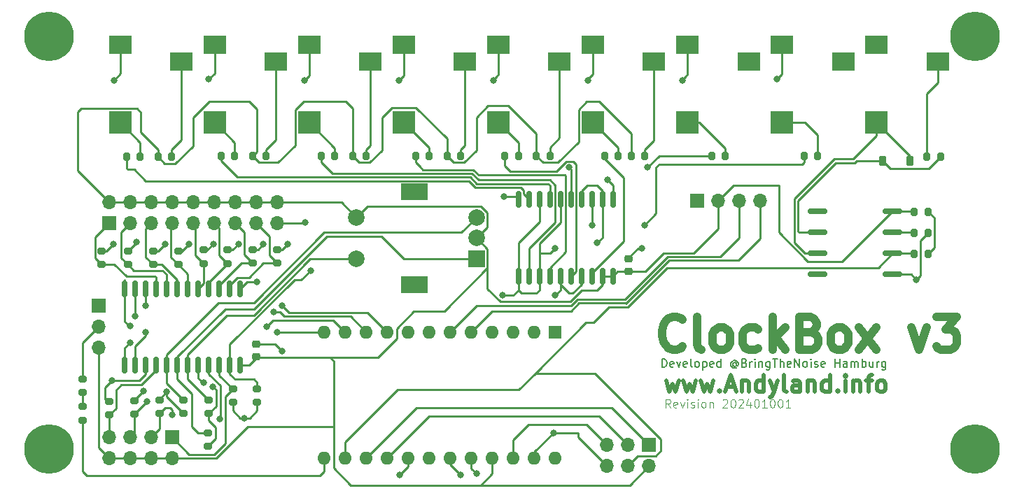
<source format=gbr>
%TF.GenerationSoftware,KiCad,Pcbnew,7.0.8*%
%TF.CreationDate,2024-01-30T11:56:12+01:00*%
%TF.ProjectId,MidiClockBox_v3,4d696469-436c-46f6-936b-426f785f7633,rev?*%
%TF.SameCoordinates,Original*%
%TF.FileFunction,Copper,L1,Top*%
%TF.FilePolarity,Positive*%
%FSLAX46Y46*%
G04 Gerber Fmt 4.6, Leading zero omitted, Abs format (unit mm)*
G04 Created by KiCad (PCBNEW 7.0.8) date 2024-01-30 11:56:12*
%MOMM*%
%LPD*%
G01*
G04 APERTURE LIST*
G04 Aperture macros list*
%AMRoundRect*
0 Rectangle with rounded corners*
0 $1 Rounding radius*
0 $2 $3 $4 $5 $6 $7 $8 $9 X,Y pos of 4 corners*
0 Add a 4 corners polygon primitive as box body*
4,1,4,$2,$3,$4,$5,$6,$7,$8,$9,$2,$3,0*
0 Add four circle primitives for the rounded corners*
1,1,$1+$1,$2,$3*
1,1,$1+$1,$4,$5*
1,1,$1+$1,$6,$7*
1,1,$1+$1,$8,$9*
0 Add four rect primitives between the rounded corners*
20,1,$1+$1,$2,$3,$4,$5,0*
20,1,$1+$1,$4,$5,$6,$7,0*
20,1,$1+$1,$6,$7,$8,$9,0*
20,1,$1+$1,$8,$9,$2,$3,0*%
G04 Aperture macros list end*
%ADD10C,1.000000*%
%TA.AperFunction,NonConductor*%
%ADD11C,1.000000*%
%TD*%
%ADD12C,0.500000*%
%TA.AperFunction,NonConductor*%
%ADD13C,0.500000*%
%TD*%
%ADD14C,0.150000*%
%TA.AperFunction,NonConductor*%
%ADD15C,0.150000*%
%TD*%
%ADD16C,0.125000*%
%TA.AperFunction,NonConductor*%
%ADD17C,0.125000*%
%TD*%
%TA.AperFunction,SMDPad,CuDef*%
%ADD18RoundRect,0.200000X-0.275000X0.200000X-0.275000X-0.200000X0.275000X-0.200000X0.275000X0.200000X0*%
%TD*%
%TA.AperFunction,SMDPad,CuDef*%
%ADD19R,2.800000X2.200000*%
%TD*%
%TA.AperFunction,SMDPad,CuDef*%
%ADD20R,2.800000X2.800000*%
%TD*%
%TA.AperFunction,SMDPad,CuDef*%
%ADD21RoundRect,0.200000X-0.200000X-0.275000X0.200000X-0.275000X0.200000X0.275000X-0.200000X0.275000X0*%
%TD*%
%TA.AperFunction,ComponentPad*%
%ADD22R,2.000000X2.000000*%
%TD*%
%TA.AperFunction,ComponentPad*%
%ADD23C,2.000000*%
%TD*%
%TA.AperFunction,ComponentPad*%
%ADD24R,3.200000X2.000000*%
%TD*%
%TA.AperFunction,SMDPad,CuDef*%
%ADD25RoundRect,0.200000X0.275000X-0.200000X0.275000X0.200000X-0.275000X0.200000X-0.275000X-0.200000X0*%
%TD*%
%TA.AperFunction,ComponentPad*%
%ADD26R,1.700000X1.700000*%
%TD*%
%TA.AperFunction,ComponentPad*%
%ADD27O,1.700000X1.700000*%
%TD*%
%TA.AperFunction,SMDPad,CuDef*%
%ADD28RoundRect,0.150000X-0.150000X0.875000X-0.150000X-0.875000X0.150000X-0.875000X0.150000X0.875000X0*%
%TD*%
%TA.AperFunction,SMDPad,CuDef*%
%ADD29RoundRect,0.225000X0.250000X-0.225000X0.250000X0.225000X-0.250000X0.225000X-0.250000X-0.225000X0*%
%TD*%
%TA.AperFunction,SMDPad,CuDef*%
%ADD30RoundRect,0.162500X-1.012500X-0.162500X1.012500X-0.162500X1.012500X0.162500X-1.012500X0.162500X0*%
%TD*%
%TA.AperFunction,SMDPad,CuDef*%
%ADD31RoundRect,0.200000X0.200000X0.275000X-0.200000X0.275000X-0.200000X-0.275000X0.200000X-0.275000X0*%
%TD*%
%TA.AperFunction,ComponentPad*%
%ADD32R,1.600000X1.600000*%
%TD*%
%TA.AperFunction,ComponentPad*%
%ADD33O,1.600000X1.600000*%
%TD*%
%TA.AperFunction,SMDPad,CuDef*%
%ADD34RoundRect,0.225000X-0.225000X-0.375000X0.225000X-0.375000X0.225000X0.375000X-0.225000X0.375000X0*%
%TD*%
%TA.AperFunction,ViaPad*%
%ADD35C,6.000000*%
%TD*%
%TA.AperFunction,ViaPad*%
%ADD36C,0.800000*%
%TD*%
%TA.AperFunction,Conductor*%
%ADD37C,0.250000*%
%TD*%
G04 APERTURE END LIST*
D10*
D11*
X131628326Y-85545553D02*
X131437850Y-85736030D01*
X131437850Y-85736030D02*
X130866421Y-85926506D01*
X130866421Y-85926506D02*
X130485469Y-85926506D01*
X130485469Y-85926506D02*
X129914040Y-85736030D01*
X129914040Y-85736030D02*
X129533088Y-85355077D01*
X129533088Y-85355077D02*
X129342611Y-84974125D01*
X129342611Y-84974125D02*
X129152135Y-84212220D01*
X129152135Y-84212220D02*
X129152135Y-83640791D01*
X129152135Y-83640791D02*
X129342611Y-82878887D01*
X129342611Y-82878887D02*
X129533088Y-82497934D01*
X129533088Y-82497934D02*
X129914040Y-82116982D01*
X129914040Y-82116982D02*
X130485469Y-81926506D01*
X130485469Y-81926506D02*
X130866421Y-81926506D01*
X130866421Y-81926506D02*
X131437850Y-82116982D01*
X131437850Y-82116982D02*
X131628326Y-82307458D01*
X133914040Y-85926506D02*
X133533088Y-85736030D01*
X133533088Y-85736030D02*
X133342611Y-85355077D01*
X133342611Y-85355077D02*
X133342611Y-81926506D01*
X136009278Y-85926506D02*
X135628326Y-85736030D01*
X135628326Y-85736030D02*
X135437849Y-85545553D01*
X135437849Y-85545553D02*
X135247373Y-85164601D01*
X135247373Y-85164601D02*
X135247373Y-84021744D01*
X135247373Y-84021744D02*
X135437849Y-83640791D01*
X135437849Y-83640791D02*
X135628326Y-83450315D01*
X135628326Y-83450315D02*
X136009278Y-83259839D01*
X136009278Y-83259839D02*
X136580707Y-83259839D01*
X136580707Y-83259839D02*
X136961659Y-83450315D01*
X136961659Y-83450315D02*
X137152135Y-83640791D01*
X137152135Y-83640791D02*
X137342611Y-84021744D01*
X137342611Y-84021744D02*
X137342611Y-85164601D01*
X137342611Y-85164601D02*
X137152135Y-85545553D01*
X137152135Y-85545553D02*
X136961659Y-85736030D01*
X136961659Y-85736030D02*
X136580707Y-85926506D01*
X136580707Y-85926506D02*
X136009278Y-85926506D01*
X140771183Y-85736030D02*
X140390231Y-85926506D01*
X140390231Y-85926506D02*
X139628326Y-85926506D01*
X139628326Y-85926506D02*
X139247374Y-85736030D01*
X139247374Y-85736030D02*
X139056897Y-85545553D01*
X139056897Y-85545553D02*
X138866421Y-85164601D01*
X138866421Y-85164601D02*
X138866421Y-84021744D01*
X138866421Y-84021744D02*
X139056897Y-83640791D01*
X139056897Y-83640791D02*
X139247374Y-83450315D01*
X139247374Y-83450315D02*
X139628326Y-83259839D01*
X139628326Y-83259839D02*
X140390231Y-83259839D01*
X140390231Y-83259839D02*
X140771183Y-83450315D01*
X142485468Y-85926506D02*
X142485468Y-81926506D01*
X142866421Y-84402696D02*
X144009278Y-85926506D01*
X144009278Y-83259839D02*
X142485468Y-84783649D01*
X147056897Y-83831268D02*
X147628325Y-84021744D01*
X147628325Y-84021744D02*
X147818802Y-84212220D01*
X147818802Y-84212220D02*
X148009278Y-84593172D01*
X148009278Y-84593172D02*
X148009278Y-85164601D01*
X148009278Y-85164601D02*
X147818802Y-85545553D01*
X147818802Y-85545553D02*
X147628325Y-85736030D01*
X147628325Y-85736030D02*
X147247373Y-85926506D01*
X147247373Y-85926506D02*
X145723563Y-85926506D01*
X145723563Y-85926506D02*
X145723563Y-81926506D01*
X145723563Y-81926506D02*
X147056897Y-81926506D01*
X147056897Y-81926506D02*
X147437849Y-82116982D01*
X147437849Y-82116982D02*
X147628325Y-82307458D01*
X147628325Y-82307458D02*
X147818802Y-82688410D01*
X147818802Y-82688410D02*
X147818802Y-83069363D01*
X147818802Y-83069363D02*
X147628325Y-83450315D01*
X147628325Y-83450315D02*
X147437849Y-83640791D01*
X147437849Y-83640791D02*
X147056897Y-83831268D01*
X147056897Y-83831268D02*
X145723563Y-83831268D01*
X150294992Y-85926506D02*
X149914040Y-85736030D01*
X149914040Y-85736030D02*
X149723563Y-85545553D01*
X149723563Y-85545553D02*
X149533087Y-85164601D01*
X149533087Y-85164601D02*
X149533087Y-84021744D01*
X149533087Y-84021744D02*
X149723563Y-83640791D01*
X149723563Y-83640791D02*
X149914040Y-83450315D01*
X149914040Y-83450315D02*
X150294992Y-83259839D01*
X150294992Y-83259839D02*
X150866421Y-83259839D01*
X150866421Y-83259839D02*
X151247373Y-83450315D01*
X151247373Y-83450315D02*
X151437849Y-83640791D01*
X151437849Y-83640791D02*
X151628325Y-84021744D01*
X151628325Y-84021744D02*
X151628325Y-85164601D01*
X151628325Y-85164601D02*
X151437849Y-85545553D01*
X151437849Y-85545553D02*
X151247373Y-85736030D01*
X151247373Y-85736030D02*
X150866421Y-85926506D01*
X150866421Y-85926506D02*
X150294992Y-85926506D01*
X152961659Y-85926506D02*
X155056897Y-83259839D01*
X152961659Y-83259839D02*
X155056897Y-85926506D01*
X159247373Y-83259839D02*
X160199754Y-85926506D01*
X160199754Y-85926506D02*
X161152135Y-83259839D01*
X162294992Y-81926506D02*
X164771183Y-81926506D01*
X164771183Y-81926506D02*
X163437849Y-83450315D01*
X163437849Y-83450315D02*
X164009278Y-83450315D01*
X164009278Y-83450315D02*
X164390230Y-83640791D01*
X164390230Y-83640791D02*
X164580706Y-83831268D01*
X164580706Y-83831268D02*
X164771183Y-84212220D01*
X164771183Y-84212220D02*
X164771183Y-85164601D01*
X164771183Y-85164601D02*
X164580706Y-85545553D01*
X164580706Y-85545553D02*
X164390230Y-85736030D01*
X164390230Y-85736030D02*
X164009278Y-85926506D01*
X164009278Y-85926506D02*
X162866421Y-85926506D01*
X162866421Y-85926506D02*
X162485468Y-85736030D01*
X162485468Y-85736030D02*
X162294992Y-85545553D01*
D12*
D13*
X129616998Y-89689934D02*
X129997950Y-91023268D01*
X129997950Y-91023268D02*
X130378903Y-90070887D01*
X130378903Y-90070887D02*
X130759855Y-91023268D01*
X130759855Y-91023268D02*
X131140807Y-89689934D01*
X131712236Y-89689934D02*
X132093188Y-91023268D01*
X132093188Y-91023268D02*
X132474141Y-90070887D01*
X132474141Y-90070887D02*
X132855093Y-91023268D01*
X132855093Y-91023268D02*
X133236045Y-89689934D01*
X133807474Y-89689934D02*
X134188426Y-91023268D01*
X134188426Y-91023268D02*
X134569379Y-90070887D01*
X134569379Y-90070887D02*
X134950331Y-91023268D01*
X134950331Y-91023268D02*
X135331283Y-89689934D01*
X136093188Y-90832791D02*
X136188426Y-90928030D01*
X136188426Y-90928030D02*
X136093188Y-91023268D01*
X136093188Y-91023268D02*
X135997950Y-90928030D01*
X135997950Y-90928030D02*
X136093188Y-90832791D01*
X136093188Y-90832791D02*
X136093188Y-91023268D01*
X136950331Y-90451839D02*
X137902712Y-90451839D01*
X136759855Y-91023268D02*
X137426521Y-89023268D01*
X137426521Y-89023268D02*
X138093188Y-91023268D01*
X138759855Y-89689934D02*
X138759855Y-91023268D01*
X138759855Y-89880410D02*
X138855093Y-89785172D01*
X138855093Y-89785172D02*
X139045569Y-89689934D01*
X139045569Y-89689934D02*
X139331284Y-89689934D01*
X139331284Y-89689934D02*
X139521760Y-89785172D01*
X139521760Y-89785172D02*
X139616998Y-89975649D01*
X139616998Y-89975649D02*
X139616998Y-91023268D01*
X141426522Y-91023268D02*
X141426522Y-89023268D01*
X141426522Y-90928030D02*
X141236046Y-91023268D01*
X141236046Y-91023268D02*
X140855093Y-91023268D01*
X140855093Y-91023268D02*
X140664617Y-90928030D01*
X140664617Y-90928030D02*
X140569379Y-90832791D01*
X140569379Y-90832791D02*
X140474141Y-90642315D01*
X140474141Y-90642315D02*
X140474141Y-90070887D01*
X140474141Y-90070887D02*
X140569379Y-89880410D01*
X140569379Y-89880410D02*
X140664617Y-89785172D01*
X140664617Y-89785172D02*
X140855093Y-89689934D01*
X140855093Y-89689934D02*
X141236046Y-89689934D01*
X141236046Y-89689934D02*
X141426522Y-89785172D01*
X142188427Y-89689934D02*
X142664617Y-91023268D01*
X143140808Y-89689934D02*
X142664617Y-91023268D01*
X142664617Y-91023268D02*
X142474141Y-91499458D01*
X142474141Y-91499458D02*
X142378903Y-91594696D01*
X142378903Y-91594696D02*
X142188427Y-91689934D01*
X144188427Y-91023268D02*
X143997951Y-90928030D01*
X143997951Y-90928030D02*
X143902713Y-90737553D01*
X143902713Y-90737553D02*
X143902713Y-89023268D01*
X145807475Y-91023268D02*
X145807475Y-89975649D01*
X145807475Y-89975649D02*
X145712237Y-89785172D01*
X145712237Y-89785172D02*
X145521761Y-89689934D01*
X145521761Y-89689934D02*
X145140808Y-89689934D01*
X145140808Y-89689934D02*
X144950332Y-89785172D01*
X145807475Y-90928030D02*
X145616999Y-91023268D01*
X145616999Y-91023268D02*
X145140808Y-91023268D01*
X145140808Y-91023268D02*
X144950332Y-90928030D01*
X144950332Y-90928030D02*
X144855094Y-90737553D01*
X144855094Y-90737553D02*
X144855094Y-90547077D01*
X144855094Y-90547077D02*
X144950332Y-90356601D01*
X144950332Y-90356601D02*
X145140808Y-90261363D01*
X145140808Y-90261363D02*
X145616999Y-90261363D01*
X145616999Y-90261363D02*
X145807475Y-90166125D01*
X146759856Y-89689934D02*
X146759856Y-91023268D01*
X146759856Y-89880410D02*
X146855094Y-89785172D01*
X146855094Y-89785172D02*
X147045570Y-89689934D01*
X147045570Y-89689934D02*
X147331285Y-89689934D01*
X147331285Y-89689934D02*
X147521761Y-89785172D01*
X147521761Y-89785172D02*
X147616999Y-89975649D01*
X147616999Y-89975649D02*
X147616999Y-91023268D01*
X149426523Y-91023268D02*
X149426523Y-89023268D01*
X149426523Y-90928030D02*
X149236047Y-91023268D01*
X149236047Y-91023268D02*
X148855094Y-91023268D01*
X148855094Y-91023268D02*
X148664618Y-90928030D01*
X148664618Y-90928030D02*
X148569380Y-90832791D01*
X148569380Y-90832791D02*
X148474142Y-90642315D01*
X148474142Y-90642315D02*
X148474142Y-90070887D01*
X148474142Y-90070887D02*
X148569380Y-89880410D01*
X148569380Y-89880410D02*
X148664618Y-89785172D01*
X148664618Y-89785172D02*
X148855094Y-89689934D01*
X148855094Y-89689934D02*
X149236047Y-89689934D01*
X149236047Y-89689934D02*
X149426523Y-89785172D01*
X150378904Y-90832791D02*
X150474142Y-90928030D01*
X150474142Y-90928030D02*
X150378904Y-91023268D01*
X150378904Y-91023268D02*
X150283666Y-90928030D01*
X150283666Y-90928030D02*
X150378904Y-90832791D01*
X150378904Y-90832791D02*
X150378904Y-91023268D01*
X151331285Y-91023268D02*
X151331285Y-89689934D01*
X151331285Y-89023268D02*
X151236047Y-89118506D01*
X151236047Y-89118506D02*
X151331285Y-89213744D01*
X151331285Y-89213744D02*
X151426523Y-89118506D01*
X151426523Y-89118506D02*
X151331285Y-89023268D01*
X151331285Y-89023268D02*
X151331285Y-89213744D01*
X152283666Y-89689934D02*
X152283666Y-91023268D01*
X152283666Y-89880410D02*
X152378904Y-89785172D01*
X152378904Y-89785172D02*
X152569380Y-89689934D01*
X152569380Y-89689934D02*
X152855095Y-89689934D01*
X152855095Y-89689934D02*
X153045571Y-89785172D01*
X153045571Y-89785172D02*
X153140809Y-89975649D01*
X153140809Y-89975649D02*
X153140809Y-91023268D01*
X153807476Y-89689934D02*
X154569380Y-89689934D01*
X154093190Y-91023268D02*
X154093190Y-89308982D01*
X154093190Y-89308982D02*
X154188428Y-89118506D01*
X154188428Y-89118506D02*
X154378904Y-89023268D01*
X154378904Y-89023268D02*
X154569380Y-89023268D01*
X155521761Y-91023268D02*
X155331285Y-90928030D01*
X155331285Y-90928030D02*
X155236047Y-90832791D01*
X155236047Y-90832791D02*
X155140809Y-90642315D01*
X155140809Y-90642315D02*
X155140809Y-90070887D01*
X155140809Y-90070887D02*
X155236047Y-89880410D01*
X155236047Y-89880410D02*
X155331285Y-89785172D01*
X155331285Y-89785172D02*
X155521761Y-89689934D01*
X155521761Y-89689934D02*
X155807476Y-89689934D01*
X155807476Y-89689934D02*
X155997952Y-89785172D01*
X155997952Y-89785172D02*
X156093190Y-89880410D01*
X156093190Y-89880410D02*
X156188428Y-90070887D01*
X156188428Y-90070887D02*
X156188428Y-90642315D01*
X156188428Y-90642315D02*
X156093190Y-90832791D01*
X156093190Y-90832791D02*
X155997952Y-90928030D01*
X155997952Y-90928030D02*
X155807476Y-91023268D01*
X155807476Y-91023268D02*
X155521761Y-91023268D01*
D14*
D15*
X129140179Y-88033219D02*
X129140179Y-87033219D01*
X129140179Y-87033219D02*
X129378274Y-87033219D01*
X129378274Y-87033219D02*
X129521131Y-87080838D01*
X129521131Y-87080838D02*
X129616369Y-87176076D01*
X129616369Y-87176076D02*
X129663988Y-87271314D01*
X129663988Y-87271314D02*
X129711607Y-87461790D01*
X129711607Y-87461790D02*
X129711607Y-87604647D01*
X129711607Y-87604647D02*
X129663988Y-87795123D01*
X129663988Y-87795123D02*
X129616369Y-87890361D01*
X129616369Y-87890361D02*
X129521131Y-87985600D01*
X129521131Y-87985600D02*
X129378274Y-88033219D01*
X129378274Y-88033219D02*
X129140179Y-88033219D01*
X130521131Y-87985600D02*
X130425893Y-88033219D01*
X130425893Y-88033219D02*
X130235417Y-88033219D01*
X130235417Y-88033219D02*
X130140179Y-87985600D01*
X130140179Y-87985600D02*
X130092560Y-87890361D01*
X130092560Y-87890361D02*
X130092560Y-87509409D01*
X130092560Y-87509409D02*
X130140179Y-87414171D01*
X130140179Y-87414171D02*
X130235417Y-87366552D01*
X130235417Y-87366552D02*
X130425893Y-87366552D01*
X130425893Y-87366552D02*
X130521131Y-87414171D01*
X130521131Y-87414171D02*
X130568750Y-87509409D01*
X130568750Y-87509409D02*
X130568750Y-87604647D01*
X130568750Y-87604647D02*
X130092560Y-87699885D01*
X130902084Y-87366552D02*
X131140179Y-88033219D01*
X131140179Y-88033219D02*
X131378274Y-87366552D01*
X132140179Y-87985600D02*
X132044941Y-88033219D01*
X132044941Y-88033219D02*
X131854465Y-88033219D01*
X131854465Y-88033219D02*
X131759227Y-87985600D01*
X131759227Y-87985600D02*
X131711608Y-87890361D01*
X131711608Y-87890361D02*
X131711608Y-87509409D01*
X131711608Y-87509409D02*
X131759227Y-87414171D01*
X131759227Y-87414171D02*
X131854465Y-87366552D01*
X131854465Y-87366552D02*
X132044941Y-87366552D01*
X132044941Y-87366552D02*
X132140179Y-87414171D01*
X132140179Y-87414171D02*
X132187798Y-87509409D01*
X132187798Y-87509409D02*
X132187798Y-87604647D01*
X132187798Y-87604647D02*
X131711608Y-87699885D01*
X132759227Y-88033219D02*
X132663989Y-87985600D01*
X132663989Y-87985600D02*
X132616370Y-87890361D01*
X132616370Y-87890361D02*
X132616370Y-87033219D01*
X133283037Y-88033219D02*
X133187799Y-87985600D01*
X133187799Y-87985600D02*
X133140180Y-87937980D01*
X133140180Y-87937980D02*
X133092561Y-87842742D01*
X133092561Y-87842742D02*
X133092561Y-87557028D01*
X133092561Y-87557028D02*
X133140180Y-87461790D01*
X133140180Y-87461790D02*
X133187799Y-87414171D01*
X133187799Y-87414171D02*
X133283037Y-87366552D01*
X133283037Y-87366552D02*
X133425894Y-87366552D01*
X133425894Y-87366552D02*
X133521132Y-87414171D01*
X133521132Y-87414171D02*
X133568751Y-87461790D01*
X133568751Y-87461790D02*
X133616370Y-87557028D01*
X133616370Y-87557028D02*
X133616370Y-87842742D01*
X133616370Y-87842742D02*
X133568751Y-87937980D01*
X133568751Y-87937980D02*
X133521132Y-87985600D01*
X133521132Y-87985600D02*
X133425894Y-88033219D01*
X133425894Y-88033219D02*
X133283037Y-88033219D01*
X134044942Y-87366552D02*
X134044942Y-88366552D01*
X134044942Y-87414171D02*
X134140180Y-87366552D01*
X134140180Y-87366552D02*
X134330656Y-87366552D01*
X134330656Y-87366552D02*
X134425894Y-87414171D01*
X134425894Y-87414171D02*
X134473513Y-87461790D01*
X134473513Y-87461790D02*
X134521132Y-87557028D01*
X134521132Y-87557028D02*
X134521132Y-87842742D01*
X134521132Y-87842742D02*
X134473513Y-87937980D01*
X134473513Y-87937980D02*
X134425894Y-87985600D01*
X134425894Y-87985600D02*
X134330656Y-88033219D01*
X134330656Y-88033219D02*
X134140180Y-88033219D01*
X134140180Y-88033219D02*
X134044942Y-87985600D01*
X135330656Y-87985600D02*
X135235418Y-88033219D01*
X135235418Y-88033219D02*
X135044942Y-88033219D01*
X135044942Y-88033219D02*
X134949704Y-87985600D01*
X134949704Y-87985600D02*
X134902085Y-87890361D01*
X134902085Y-87890361D02*
X134902085Y-87509409D01*
X134902085Y-87509409D02*
X134949704Y-87414171D01*
X134949704Y-87414171D02*
X135044942Y-87366552D01*
X135044942Y-87366552D02*
X135235418Y-87366552D01*
X135235418Y-87366552D02*
X135330656Y-87414171D01*
X135330656Y-87414171D02*
X135378275Y-87509409D01*
X135378275Y-87509409D02*
X135378275Y-87604647D01*
X135378275Y-87604647D02*
X134902085Y-87699885D01*
X136235418Y-88033219D02*
X136235418Y-87033219D01*
X136235418Y-87985600D02*
X136140180Y-88033219D01*
X136140180Y-88033219D02*
X135949704Y-88033219D01*
X135949704Y-88033219D02*
X135854466Y-87985600D01*
X135854466Y-87985600D02*
X135806847Y-87937980D01*
X135806847Y-87937980D02*
X135759228Y-87842742D01*
X135759228Y-87842742D02*
X135759228Y-87557028D01*
X135759228Y-87557028D02*
X135806847Y-87461790D01*
X135806847Y-87461790D02*
X135854466Y-87414171D01*
X135854466Y-87414171D02*
X135949704Y-87366552D01*
X135949704Y-87366552D02*
X136140180Y-87366552D01*
X136140180Y-87366552D02*
X136235418Y-87414171D01*
X138092561Y-87557028D02*
X138044942Y-87509409D01*
X138044942Y-87509409D02*
X137949704Y-87461790D01*
X137949704Y-87461790D02*
X137854466Y-87461790D01*
X137854466Y-87461790D02*
X137759228Y-87509409D01*
X137759228Y-87509409D02*
X137711609Y-87557028D01*
X137711609Y-87557028D02*
X137663990Y-87652266D01*
X137663990Y-87652266D02*
X137663990Y-87747504D01*
X137663990Y-87747504D02*
X137711609Y-87842742D01*
X137711609Y-87842742D02*
X137759228Y-87890361D01*
X137759228Y-87890361D02*
X137854466Y-87937980D01*
X137854466Y-87937980D02*
X137949704Y-87937980D01*
X137949704Y-87937980D02*
X138044942Y-87890361D01*
X138044942Y-87890361D02*
X138092561Y-87842742D01*
X138092561Y-87461790D02*
X138092561Y-87842742D01*
X138092561Y-87842742D02*
X138140180Y-87890361D01*
X138140180Y-87890361D02*
X138187799Y-87890361D01*
X138187799Y-87890361D02*
X138283038Y-87842742D01*
X138283038Y-87842742D02*
X138330657Y-87747504D01*
X138330657Y-87747504D02*
X138330657Y-87509409D01*
X138330657Y-87509409D02*
X138235419Y-87366552D01*
X138235419Y-87366552D02*
X138092561Y-87271314D01*
X138092561Y-87271314D02*
X137902085Y-87223695D01*
X137902085Y-87223695D02*
X137711609Y-87271314D01*
X137711609Y-87271314D02*
X137568752Y-87366552D01*
X137568752Y-87366552D02*
X137473514Y-87509409D01*
X137473514Y-87509409D02*
X137425895Y-87699885D01*
X137425895Y-87699885D02*
X137473514Y-87890361D01*
X137473514Y-87890361D02*
X137568752Y-88033219D01*
X137568752Y-88033219D02*
X137711609Y-88128457D01*
X137711609Y-88128457D02*
X137902085Y-88176076D01*
X137902085Y-88176076D02*
X138092561Y-88128457D01*
X138092561Y-88128457D02*
X138235419Y-88033219D01*
X139092561Y-87509409D02*
X139235418Y-87557028D01*
X139235418Y-87557028D02*
X139283037Y-87604647D01*
X139283037Y-87604647D02*
X139330656Y-87699885D01*
X139330656Y-87699885D02*
X139330656Y-87842742D01*
X139330656Y-87842742D02*
X139283037Y-87937980D01*
X139283037Y-87937980D02*
X139235418Y-87985600D01*
X139235418Y-87985600D02*
X139140180Y-88033219D01*
X139140180Y-88033219D02*
X138759228Y-88033219D01*
X138759228Y-88033219D02*
X138759228Y-87033219D01*
X138759228Y-87033219D02*
X139092561Y-87033219D01*
X139092561Y-87033219D02*
X139187799Y-87080838D01*
X139187799Y-87080838D02*
X139235418Y-87128457D01*
X139235418Y-87128457D02*
X139283037Y-87223695D01*
X139283037Y-87223695D02*
X139283037Y-87318933D01*
X139283037Y-87318933D02*
X139235418Y-87414171D01*
X139235418Y-87414171D02*
X139187799Y-87461790D01*
X139187799Y-87461790D02*
X139092561Y-87509409D01*
X139092561Y-87509409D02*
X138759228Y-87509409D01*
X139759228Y-88033219D02*
X139759228Y-87366552D01*
X139759228Y-87557028D02*
X139806847Y-87461790D01*
X139806847Y-87461790D02*
X139854466Y-87414171D01*
X139854466Y-87414171D02*
X139949704Y-87366552D01*
X139949704Y-87366552D02*
X140044942Y-87366552D01*
X140378276Y-88033219D02*
X140378276Y-87366552D01*
X140378276Y-87033219D02*
X140330657Y-87080838D01*
X140330657Y-87080838D02*
X140378276Y-87128457D01*
X140378276Y-87128457D02*
X140425895Y-87080838D01*
X140425895Y-87080838D02*
X140378276Y-87033219D01*
X140378276Y-87033219D02*
X140378276Y-87128457D01*
X140854466Y-87366552D02*
X140854466Y-88033219D01*
X140854466Y-87461790D02*
X140902085Y-87414171D01*
X140902085Y-87414171D02*
X140997323Y-87366552D01*
X140997323Y-87366552D02*
X141140180Y-87366552D01*
X141140180Y-87366552D02*
X141235418Y-87414171D01*
X141235418Y-87414171D02*
X141283037Y-87509409D01*
X141283037Y-87509409D02*
X141283037Y-88033219D01*
X142187799Y-87366552D02*
X142187799Y-88176076D01*
X142187799Y-88176076D02*
X142140180Y-88271314D01*
X142140180Y-88271314D02*
X142092561Y-88318933D01*
X142092561Y-88318933D02*
X141997323Y-88366552D01*
X141997323Y-88366552D02*
X141854466Y-88366552D01*
X141854466Y-88366552D02*
X141759228Y-88318933D01*
X142187799Y-87985600D02*
X142092561Y-88033219D01*
X142092561Y-88033219D02*
X141902085Y-88033219D01*
X141902085Y-88033219D02*
X141806847Y-87985600D01*
X141806847Y-87985600D02*
X141759228Y-87937980D01*
X141759228Y-87937980D02*
X141711609Y-87842742D01*
X141711609Y-87842742D02*
X141711609Y-87557028D01*
X141711609Y-87557028D02*
X141759228Y-87461790D01*
X141759228Y-87461790D02*
X141806847Y-87414171D01*
X141806847Y-87414171D02*
X141902085Y-87366552D01*
X141902085Y-87366552D02*
X142092561Y-87366552D01*
X142092561Y-87366552D02*
X142187799Y-87414171D01*
X142521133Y-87033219D02*
X143092561Y-87033219D01*
X142806847Y-88033219D02*
X142806847Y-87033219D01*
X143425895Y-88033219D02*
X143425895Y-87033219D01*
X143854466Y-88033219D02*
X143854466Y-87509409D01*
X143854466Y-87509409D02*
X143806847Y-87414171D01*
X143806847Y-87414171D02*
X143711609Y-87366552D01*
X143711609Y-87366552D02*
X143568752Y-87366552D01*
X143568752Y-87366552D02*
X143473514Y-87414171D01*
X143473514Y-87414171D02*
X143425895Y-87461790D01*
X144711609Y-87985600D02*
X144616371Y-88033219D01*
X144616371Y-88033219D02*
X144425895Y-88033219D01*
X144425895Y-88033219D02*
X144330657Y-87985600D01*
X144330657Y-87985600D02*
X144283038Y-87890361D01*
X144283038Y-87890361D02*
X144283038Y-87509409D01*
X144283038Y-87509409D02*
X144330657Y-87414171D01*
X144330657Y-87414171D02*
X144425895Y-87366552D01*
X144425895Y-87366552D02*
X144616371Y-87366552D01*
X144616371Y-87366552D02*
X144711609Y-87414171D01*
X144711609Y-87414171D02*
X144759228Y-87509409D01*
X144759228Y-87509409D02*
X144759228Y-87604647D01*
X144759228Y-87604647D02*
X144283038Y-87699885D01*
X145187800Y-88033219D02*
X145187800Y-87033219D01*
X145187800Y-87033219D02*
X145759228Y-88033219D01*
X145759228Y-88033219D02*
X145759228Y-87033219D01*
X146378276Y-88033219D02*
X146283038Y-87985600D01*
X146283038Y-87985600D02*
X146235419Y-87937980D01*
X146235419Y-87937980D02*
X146187800Y-87842742D01*
X146187800Y-87842742D02*
X146187800Y-87557028D01*
X146187800Y-87557028D02*
X146235419Y-87461790D01*
X146235419Y-87461790D02*
X146283038Y-87414171D01*
X146283038Y-87414171D02*
X146378276Y-87366552D01*
X146378276Y-87366552D02*
X146521133Y-87366552D01*
X146521133Y-87366552D02*
X146616371Y-87414171D01*
X146616371Y-87414171D02*
X146663990Y-87461790D01*
X146663990Y-87461790D02*
X146711609Y-87557028D01*
X146711609Y-87557028D02*
X146711609Y-87842742D01*
X146711609Y-87842742D02*
X146663990Y-87937980D01*
X146663990Y-87937980D02*
X146616371Y-87985600D01*
X146616371Y-87985600D02*
X146521133Y-88033219D01*
X146521133Y-88033219D02*
X146378276Y-88033219D01*
X147140181Y-88033219D02*
X147140181Y-87366552D01*
X147140181Y-87033219D02*
X147092562Y-87080838D01*
X147092562Y-87080838D02*
X147140181Y-87128457D01*
X147140181Y-87128457D02*
X147187800Y-87080838D01*
X147187800Y-87080838D02*
X147140181Y-87033219D01*
X147140181Y-87033219D02*
X147140181Y-87128457D01*
X147568752Y-87985600D02*
X147663990Y-88033219D01*
X147663990Y-88033219D02*
X147854466Y-88033219D01*
X147854466Y-88033219D02*
X147949704Y-87985600D01*
X147949704Y-87985600D02*
X147997323Y-87890361D01*
X147997323Y-87890361D02*
X147997323Y-87842742D01*
X147997323Y-87842742D02*
X147949704Y-87747504D01*
X147949704Y-87747504D02*
X147854466Y-87699885D01*
X147854466Y-87699885D02*
X147711609Y-87699885D01*
X147711609Y-87699885D02*
X147616371Y-87652266D01*
X147616371Y-87652266D02*
X147568752Y-87557028D01*
X147568752Y-87557028D02*
X147568752Y-87509409D01*
X147568752Y-87509409D02*
X147616371Y-87414171D01*
X147616371Y-87414171D02*
X147711609Y-87366552D01*
X147711609Y-87366552D02*
X147854466Y-87366552D01*
X147854466Y-87366552D02*
X147949704Y-87414171D01*
X148806847Y-87985600D02*
X148711609Y-88033219D01*
X148711609Y-88033219D02*
X148521133Y-88033219D01*
X148521133Y-88033219D02*
X148425895Y-87985600D01*
X148425895Y-87985600D02*
X148378276Y-87890361D01*
X148378276Y-87890361D02*
X148378276Y-87509409D01*
X148378276Y-87509409D02*
X148425895Y-87414171D01*
X148425895Y-87414171D02*
X148521133Y-87366552D01*
X148521133Y-87366552D02*
X148711609Y-87366552D01*
X148711609Y-87366552D02*
X148806847Y-87414171D01*
X148806847Y-87414171D02*
X148854466Y-87509409D01*
X148854466Y-87509409D02*
X148854466Y-87604647D01*
X148854466Y-87604647D02*
X148378276Y-87699885D01*
X150044943Y-88033219D02*
X150044943Y-87033219D01*
X150044943Y-87509409D02*
X150616371Y-87509409D01*
X150616371Y-88033219D02*
X150616371Y-87033219D01*
X151521133Y-88033219D02*
X151521133Y-87509409D01*
X151521133Y-87509409D02*
X151473514Y-87414171D01*
X151473514Y-87414171D02*
X151378276Y-87366552D01*
X151378276Y-87366552D02*
X151187800Y-87366552D01*
X151187800Y-87366552D02*
X151092562Y-87414171D01*
X151521133Y-87985600D02*
X151425895Y-88033219D01*
X151425895Y-88033219D02*
X151187800Y-88033219D01*
X151187800Y-88033219D02*
X151092562Y-87985600D01*
X151092562Y-87985600D02*
X151044943Y-87890361D01*
X151044943Y-87890361D02*
X151044943Y-87795123D01*
X151044943Y-87795123D02*
X151092562Y-87699885D01*
X151092562Y-87699885D02*
X151187800Y-87652266D01*
X151187800Y-87652266D02*
X151425895Y-87652266D01*
X151425895Y-87652266D02*
X151521133Y-87604647D01*
X151997324Y-88033219D02*
X151997324Y-87366552D01*
X151997324Y-87461790D02*
X152044943Y-87414171D01*
X152044943Y-87414171D02*
X152140181Y-87366552D01*
X152140181Y-87366552D02*
X152283038Y-87366552D01*
X152283038Y-87366552D02*
X152378276Y-87414171D01*
X152378276Y-87414171D02*
X152425895Y-87509409D01*
X152425895Y-87509409D02*
X152425895Y-88033219D01*
X152425895Y-87509409D02*
X152473514Y-87414171D01*
X152473514Y-87414171D02*
X152568752Y-87366552D01*
X152568752Y-87366552D02*
X152711609Y-87366552D01*
X152711609Y-87366552D02*
X152806848Y-87414171D01*
X152806848Y-87414171D02*
X152854467Y-87509409D01*
X152854467Y-87509409D02*
X152854467Y-88033219D01*
X153330657Y-88033219D02*
X153330657Y-87033219D01*
X153330657Y-87414171D02*
X153425895Y-87366552D01*
X153425895Y-87366552D02*
X153616371Y-87366552D01*
X153616371Y-87366552D02*
X153711609Y-87414171D01*
X153711609Y-87414171D02*
X153759228Y-87461790D01*
X153759228Y-87461790D02*
X153806847Y-87557028D01*
X153806847Y-87557028D02*
X153806847Y-87842742D01*
X153806847Y-87842742D02*
X153759228Y-87937980D01*
X153759228Y-87937980D02*
X153711609Y-87985600D01*
X153711609Y-87985600D02*
X153616371Y-88033219D01*
X153616371Y-88033219D02*
X153425895Y-88033219D01*
X153425895Y-88033219D02*
X153330657Y-87985600D01*
X154663990Y-87366552D02*
X154663990Y-88033219D01*
X154235419Y-87366552D02*
X154235419Y-87890361D01*
X154235419Y-87890361D02*
X154283038Y-87985600D01*
X154283038Y-87985600D02*
X154378276Y-88033219D01*
X154378276Y-88033219D02*
X154521133Y-88033219D01*
X154521133Y-88033219D02*
X154616371Y-87985600D01*
X154616371Y-87985600D02*
X154663990Y-87937980D01*
X155140181Y-88033219D02*
X155140181Y-87366552D01*
X155140181Y-87557028D02*
X155187800Y-87461790D01*
X155187800Y-87461790D02*
X155235419Y-87414171D01*
X155235419Y-87414171D02*
X155330657Y-87366552D01*
X155330657Y-87366552D02*
X155425895Y-87366552D01*
X156187800Y-87366552D02*
X156187800Y-88176076D01*
X156187800Y-88176076D02*
X156140181Y-88271314D01*
X156140181Y-88271314D02*
X156092562Y-88318933D01*
X156092562Y-88318933D02*
X155997324Y-88366552D01*
X155997324Y-88366552D02*
X155854467Y-88366552D01*
X155854467Y-88366552D02*
X155759229Y-88318933D01*
X156187800Y-87985600D02*
X156092562Y-88033219D01*
X156092562Y-88033219D02*
X155902086Y-88033219D01*
X155902086Y-88033219D02*
X155806848Y-87985600D01*
X155806848Y-87985600D02*
X155759229Y-87937980D01*
X155759229Y-87937980D02*
X155711610Y-87842742D01*
X155711610Y-87842742D02*
X155711610Y-87557028D01*
X155711610Y-87557028D02*
X155759229Y-87461790D01*
X155759229Y-87461790D02*
X155806848Y-87414171D01*
X155806848Y-87414171D02*
X155902086Y-87366552D01*
X155902086Y-87366552D02*
X156092562Y-87366552D01*
X156092562Y-87366552D02*
X156187800Y-87414171D01*
D16*
D17*
X130148096Y-92943149D02*
X129814763Y-92466958D01*
X129576668Y-92943149D02*
X129576668Y-91943149D01*
X129576668Y-91943149D02*
X129957620Y-91943149D01*
X129957620Y-91943149D02*
X130052858Y-91990768D01*
X130052858Y-91990768D02*
X130100477Y-92038387D01*
X130100477Y-92038387D02*
X130148096Y-92133625D01*
X130148096Y-92133625D02*
X130148096Y-92276482D01*
X130148096Y-92276482D02*
X130100477Y-92371720D01*
X130100477Y-92371720D02*
X130052858Y-92419339D01*
X130052858Y-92419339D02*
X129957620Y-92466958D01*
X129957620Y-92466958D02*
X129576668Y-92466958D01*
X130957620Y-92895530D02*
X130862382Y-92943149D01*
X130862382Y-92943149D02*
X130671906Y-92943149D01*
X130671906Y-92943149D02*
X130576668Y-92895530D01*
X130576668Y-92895530D02*
X130529049Y-92800291D01*
X130529049Y-92800291D02*
X130529049Y-92419339D01*
X130529049Y-92419339D02*
X130576668Y-92324101D01*
X130576668Y-92324101D02*
X130671906Y-92276482D01*
X130671906Y-92276482D02*
X130862382Y-92276482D01*
X130862382Y-92276482D02*
X130957620Y-92324101D01*
X130957620Y-92324101D02*
X131005239Y-92419339D01*
X131005239Y-92419339D02*
X131005239Y-92514577D01*
X131005239Y-92514577D02*
X130529049Y-92609815D01*
X131338573Y-92276482D02*
X131576668Y-92943149D01*
X131576668Y-92943149D02*
X131814763Y-92276482D01*
X132195716Y-92943149D02*
X132195716Y-92276482D01*
X132195716Y-91943149D02*
X132148097Y-91990768D01*
X132148097Y-91990768D02*
X132195716Y-92038387D01*
X132195716Y-92038387D02*
X132243335Y-91990768D01*
X132243335Y-91990768D02*
X132195716Y-91943149D01*
X132195716Y-91943149D02*
X132195716Y-92038387D01*
X132624287Y-92895530D02*
X132719525Y-92943149D01*
X132719525Y-92943149D02*
X132910001Y-92943149D01*
X132910001Y-92943149D02*
X133005239Y-92895530D01*
X133005239Y-92895530D02*
X133052858Y-92800291D01*
X133052858Y-92800291D02*
X133052858Y-92752672D01*
X133052858Y-92752672D02*
X133005239Y-92657434D01*
X133005239Y-92657434D02*
X132910001Y-92609815D01*
X132910001Y-92609815D02*
X132767144Y-92609815D01*
X132767144Y-92609815D02*
X132671906Y-92562196D01*
X132671906Y-92562196D02*
X132624287Y-92466958D01*
X132624287Y-92466958D02*
X132624287Y-92419339D01*
X132624287Y-92419339D02*
X132671906Y-92324101D01*
X132671906Y-92324101D02*
X132767144Y-92276482D01*
X132767144Y-92276482D02*
X132910001Y-92276482D01*
X132910001Y-92276482D02*
X133005239Y-92324101D01*
X133481430Y-92943149D02*
X133481430Y-92276482D01*
X133481430Y-91943149D02*
X133433811Y-91990768D01*
X133433811Y-91990768D02*
X133481430Y-92038387D01*
X133481430Y-92038387D02*
X133529049Y-91990768D01*
X133529049Y-91990768D02*
X133481430Y-91943149D01*
X133481430Y-91943149D02*
X133481430Y-92038387D01*
X134100477Y-92943149D02*
X134005239Y-92895530D01*
X134005239Y-92895530D02*
X133957620Y-92847910D01*
X133957620Y-92847910D02*
X133910001Y-92752672D01*
X133910001Y-92752672D02*
X133910001Y-92466958D01*
X133910001Y-92466958D02*
X133957620Y-92371720D01*
X133957620Y-92371720D02*
X134005239Y-92324101D01*
X134005239Y-92324101D02*
X134100477Y-92276482D01*
X134100477Y-92276482D02*
X134243334Y-92276482D01*
X134243334Y-92276482D02*
X134338572Y-92324101D01*
X134338572Y-92324101D02*
X134386191Y-92371720D01*
X134386191Y-92371720D02*
X134433810Y-92466958D01*
X134433810Y-92466958D02*
X134433810Y-92752672D01*
X134433810Y-92752672D02*
X134386191Y-92847910D01*
X134386191Y-92847910D02*
X134338572Y-92895530D01*
X134338572Y-92895530D02*
X134243334Y-92943149D01*
X134243334Y-92943149D02*
X134100477Y-92943149D01*
X134862382Y-92276482D02*
X134862382Y-92943149D01*
X134862382Y-92371720D02*
X134910001Y-92324101D01*
X134910001Y-92324101D02*
X135005239Y-92276482D01*
X135005239Y-92276482D02*
X135148096Y-92276482D01*
X135148096Y-92276482D02*
X135243334Y-92324101D01*
X135243334Y-92324101D02*
X135290953Y-92419339D01*
X135290953Y-92419339D02*
X135290953Y-92943149D01*
X136481430Y-92038387D02*
X136529049Y-91990768D01*
X136529049Y-91990768D02*
X136624287Y-91943149D01*
X136624287Y-91943149D02*
X136862382Y-91943149D01*
X136862382Y-91943149D02*
X136957620Y-91990768D01*
X136957620Y-91990768D02*
X137005239Y-92038387D01*
X137005239Y-92038387D02*
X137052858Y-92133625D01*
X137052858Y-92133625D02*
X137052858Y-92228863D01*
X137052858Y-92228863D02*
X137005239Y-92371720D01*
X137005239Y-92371720D02*
X136433811Y-92943149D01*
X136433811Y-92943149D02*
X137052858Y-92943149D01*
X137671906Y-91943149D02*
X137767144Y-91943149D01*
X137767144Y-91943149D02*
X137862382Y-91990768D01*
X137862382Y-91990768D02*
X137910001Y-92038387D01*
X137910001Y-92038387D02*
X137957620Y-92133625D01*
X137957620Y-92133625D02*
X138005239Y-92324101D01*
X138005239Y-92324101D02*
X138005239Y-92562196D01*
X138005239Y-92562196D02*
X137957620Y-92752672D01*
X137957620Y-92752672D02*
X137910001Y-92847910D01*
X137910001Y-92847910D02*
X137862382Y-92895530D01*
X137862382Y-92895530D02*
X137767144Y-92943149D01*
X137767144Y-92943149D02*
X137671906Y-92943149D01*
X137671906Y-92943149D02*
X137576668Y-92895530D01*
X137576668Y-92895530D02*
X137529049Y-92847910D01*
X137529049Y-92847910D02*
X137481430Y-92752672D01*
X137481430Y-92752672D02*
X137433811Y-92562196D01*
X137433811Y-92562196D02*
X137433811Y-92324101D01*
X137433811Y-92324101D02*
X137481430Y-92133625D01*
X137481430Y-92133625D02*
X137529049Y-92038387D01*
X137529049Y-92038387D02*
X137576668Y-91990768D01*
X137576668Y-91990768D02*
X137671906Y-91943149D01*
X138386192Y-92038387D02*
X138433811Y-91990768D01*
X138433811Y-91990768D02*
X138529049Y-91943149D01*
X138529049Y-91943149D02*
X138767144Y-91943149D01*
X138767144Y-91943149D02*
X138862382Y-91990768D01*
X138862382Y-91990768D02*
X138910001Y-92038387D01*
X138910001Y-92038387D02*
X138957620Y-92133625D01*
X138957620Y-92133625D02*
X138957620Y-92228863D01*
X138957620Y-92228863D02*
X138910001Y-92371720D01*
X138910001Y-92371720D02*
X138338573Y-92943149D01*
X138338573Y-92943149D02*
X138957620Y-92943149D01*
X139814763Y-92276482D02*
X139814763Y-92943149D01*
X139576668Y-91895530D02*
X139338573Y-92609815D01*
X139338573Y-92609815D02*
X139957620Y-92609815D01*
X140529049Y-91943149D02*
X140624287Y-91943149D01*
X140624287Y-91943149D02*
X140719525Y-91990768D01*
X140719525Y-91990768D02*
X140767144Y-92038387D01*
X140767144Y-92038387D02*
X140814763Y-92133625D01*
X140814763Y-92133625D02*
X140862382Y-92324101D01*
X140862382Y-92324101D02*
X140862382Y-92562196D01*
X140862382Y-92562196D02*
X140814763Y-92752672D01*
X140814763Y-92752672D02*
X140767144Y-92847910D01*
X140767144Y-92847910D02*
X140719525Y-92895530D01*
X140719525Y-92895530D02*
X140624287Y-92943149D01*
X140624287Y-92943149D02*
X140529049Y-92943149D01*
X140529049Y-92943149D02*
X140433811Y-92895530D01*
X140433811Y-92895530D02*
X140386192Y-92847910D01*
X140386192Y-92847910D02*
X140338573Y-92752672D01*
X140338573Y-92752672D02*
X140290954Y-92562196D01*
X140290954Y-92562196D02*
X140290954Y-92324101D01*
X140290954Y-92324101D02*
X140338573Y-92133625D01*
X140338573Y-92133625D02*
X140386192Y-92038387D01*
X140386192Y-92038387D02*
X140433811Y-91990768D01*
X140433811Y-91990768D02*
X140529049Y-91943149D01*
X141814763Y-92943149D02*
X141243335Y-92943149D01*
X141529049Y-92943149D02*
X141529049Y-91943149D01*
X141529049Y-91943149D02*
X141433811Y-92086006D01*
X141433811Y-92086006D02*
X141338573Y-92181244D01*
X141338573Y-92181244D02*
X141243335Y-92228863D01*
X142433811Y-91943149D02*
X142529049Y-91943149D01*
X142529049Y-91943149D02*
X142624287Y-91990768D01*
X142624287Y-91990768D02*
X142671906Y-92038387D01*
X142671906Y-92038387D02*
X142719525Y-92133625D01*
X142719525Y-92133625D02*
X142767144Y-92324101D01*
X142767144Y-92324101D02*
X142767144Y-92562196D01*
X142767144Y-92562196D02*
X142719525Y-92752672D01*
X142719525Y-92752672D02*
X142671906Y-92847910D01*
X142671906Y-92847910D02*
X142624287Y-92895530D01*
X142624287Y-92895530D02*
X142529049Y-92943149D01*
X142529049Y-92943149D02*
X142433811Y-92943149D01*
X142433811Y-92943149D02*
X142338573Y-92895530D01*
X142338573Y-92895530D02*
X142290954Y-92847910D01*
X142290954Y-92847910D02*
X142243335Y-92752672D01*
X142243335Y-92752672D02*
X142195716Y-92562196D01*
X142195716Y-92562196D02*
X142195716Y-92324101D01*
X142195716Y-92324101D02*
X142243335Y-92133625D01*
X142243335Y-92133625D02*
X142290954Y-92038387D01*
X142290954Y-92038387D02*
X142338573Y-91990768D01*
X142338573Y-91990768D02*
X142433811Y-91943149D01*
X143386192Y-91943149D02*
X143481430Y-91943149D01*
X143481430Y-91943149D02*
X143576668Y-91990768D01*
X143576668Y-91990768D02*
X143624287Y-92038387D01*
X143624287Y-92038387D02*
X143671906Y-92133625D01*
X143671906Y-92133625D02*
X143719525Y-92324101D01*
X143719525Y-92324101D02*
X143719525Y-92562196D01*
X143719525Y-92562196D02*
X143671906Y-92752672D01*
X143671906Y-92752672D02*
X143624287Y-92847910D01*
X143624287Y-92847910D02*
X143576668Y-92895530D01*
X143576668Y-92895530D02*
X143481430Y-92943149D01*
X143481430Y-92943149D02*
X143386192Y-92943149D01*
X143386192Y-92943149D02*
X143290954Y-92895530D01*
X143290954Y-92895530D02*
X143243335Y-92847910D01*
X143243335Y-92847910D02*
X143195716Y-92752672D01*
X143195716Y-92752672D02*
X143148097Y-92562196D01*
X143148097Y-92562196D02*
X143148097Y-92324101D01*
X143148097Y-92324101D02*
X143195716Y-92133625D01*
X143195716Y-92133625D02*
X143243335Y-92038387D01*
X143243335Y-92038387D02*
X143290954Y-91990768D01*
X143290954Y-91990768D02*
X143386192Y-91943149D01*
X144671906Y-92943149D02*
X144100478Y-92943149D01*
X144386192Y-92943149D02*
X144386192Y-91943149D01*
X144386192Y-91943149D02*
X144290954Y-92086006D01*
X144290954Y-92086006D02*
X144195716Y-92181244D01*
X144195716Y-92181244D02*
X144100478Y-92228863D01*
D18*
%TO.P,R3,1*%
%TO.N,IN_13*%
X74168000Y-96013000D03*
%TO.P,R3,2*%
%TO.N,GND*%
X74168000Y-97663000D03*
%TD*%
D19*
%TO.P,J1,R*%
%TO.N,Net-(J1-PadR)*%
X162467000Y-51020000D03*
%TO.P,J1,S*%
%TO.N,unconnected-(J1-PadS)*%
X155067000Y-49020000D03*
D20*
%TO.P,J1,T*%
%TO.N,Net-(D1-A)*%
X155067000Y-58420000D03*
%TD*%
D21*
%TO.P,R23,1*%
%TO.N,MIDI_OUT_1*%
X110120000Y-62484000D03*
%TO.P,R23,2*%
%TO.N,Net-(J7-PadT)*%
X111770000Y-62484000D03*
%TD*%
%TO.P,R26,1*%
%TO.N,+5V*%
X103135000Y-62484000D03*
%TO.P,R26,2*%
%TO.N,Net-(J8-PadR)*%
X104785000Y-62484000D03*
%TD*%
D19*
%TO.P,J6,R*%
%TO.N,Net-(J6-PadR)*%
X128160000Y-51020000D03*
%TO.P,J6,S*%
%TO.N,GND*%
X120760000Y-49020000D03*
D20*
%TO.P,J6,T*%
%TO.N,Net-(J6-PadT)*%
X120760000Y-58420000D03*
%TD*%
D22*
%TO.P,SW1,A,A*%
%TO.N,IN_13*%
X106680000Y-74930000D03*
D23*
%TO.P,SW1,B,B*%
%TO.N,IN_14*%
X106680000Y-69930000D03*
%TO.P,SW1,C,C*%
%TO.N,+5V*%
X106680000Y-72430000D03*
D24*
%TO.P,SW1,MP*%
%TO.N,N/C*%
X99180000Y-78030000D03*
X99180000Y-66830000D03*
D23*
%TO.P,SW1,S1,S1*%
%TO.N,+5V*%
X92180000Y-69930000D03*
%TO.P,SW1,S2,S2*%
%TO.N,IN_12*%
X92180000Y-74930000D03*
%TD*%
D25*
%TO.P,R1,1*%
%TO.N,IN_15*%
X62280800Y-93850400D03*
%TO.P,R1,2*%
%TO.N,GND*%
X62280800Y-92200400D03*
%TD*%
%TO.P,R15,1*%
%TO.N,IN_2*%
X67564000Y-75628000D03*
%TO.P,R15,2*%
%TO.N,GND*%
X67564000Y-73978000D03*
%TD*%
D26*
%TO.P,J4,1,Pin_1*%
%TO.N,IN_9*%
X69850000Y-96520000D03*
D27*
%TO.P,J4,2,Pin_2*%
%TO.N,+5V*%
X69850000Y-99060000D03*
%TO.P,J4,3,Pin_3*%
%TO.N,IN_10*%
X67310000Y-96520000D03*
%TO.P,J4,4,Pin_4*%
%TO.N,+5V*%
X67310000Y-99060000D03*
%TO.P,J4,5,Pin_5*%
%TO.N,IN_11*%
X64770000Y-96520000D03*
%TO.P,J4,6,Pin_6*%
%TO.N,+5V*%
X64770000Y-99060000D03*
%TO.P,J4,7,Pin_7*%
%TO.N,IN_15*%
X62230000Y-96520000D03*
%TO.P,J4,8,Pin_8*%
%TO.N,+5V*%
X62230000Y-99060000D03*
%TD*%
D21*
%TO.P,R31,1*%
%TO.N,MIDI_OUT_4*%
X64370000Y-62611000D03*
%TO.P,R31,2*%
%TO.N,Net-(J12-PadT)*%
X66020000Y-62611000D03*
%TD*%
D26*
%TO.P,J3,1,Pin_1*%
%TO.N,IN_0*%
X62240000Y-70617000D03*
D27*
%TO.P,J3,2,Pin_2*%
%TO.N,+5V*%
X62240000Y-68077000D03*
%TO.P,J3,3,Pin_3*%
%TO.N,IN_1*%
X64780000Y-70617000D03*
%TO.P,J3,4,Pin_4*%
%TO.N,+5V*%
X64780000Y-68077000D03*
%TO.P,J3,5,Pin_5*%
%TO.N,IN_2*%
X67320000Y-70617000D03*
%TO.P,J3,6,Pin_6*%
%TO.N,+5V*%
X67320000Y-68077000D03*
%TO.P,J3,7,Pin_7*%
%TO.N,IN_3*%
X69860000Y-70617000D03*
%TO.P,J3,8,Pin_8*%
%TO.N,+5V*%
X69860000Y-68077000D03*
%TO.P,J3,9,Pin_9*%
%TO.N,IN_4*%
X72400000Y-70617000D03*
%TO.P,J3,10,Pin_10*%
%TO.N,+5V*%
X72400000Y-68077000D03*
%TO.P,J3,11,Pin_11*%
%TO.N,IN_5*%
X74940000Y-70617000D03*
%TO.P,J3,12,Pin_12*%
%TO.N,+5V*%
X74940000Y-68077000D03*
%TO.P,J3,13,Pin_13*%
%TO.N,IN_6*%
X77480000Y-70617000D03*
%TO.P,J3,14,Pin_14*%
%TO.N,+5V*%
X77480000Y-68077000D03*
%TO.P,J3,15,Pin_15*%
%TO.N,IN_7*%
X80020000Y-70617000D03*
%TO.P,J3,16,Pin_16*%
%TO.N,+5V*%
X80020000Y-68077000D03*
%TO.P,J3,17,Pin_17*%
%TO.N,IN_8*%
X82560000Y-70617000D03*
%TO.P,J3,18,Pin_18*%
%TO.N,+5V*%
X82560000Y-68077000D03*
%TD*%
D21*
%TO.P,R10,1*%
%TO.N,Net-(J1-PadR)*%
X161164000Y-62611000D03*
%TO.P,R10,2*%
%TO.N,Net-(D1-K)*%
X162814000Y-62611000D03*
%TD*%
D26*
%TO.P,J2,1,Pin_1*%
%TO.N,MISO*%
X127540000Y-97460000D03*
D27*
%TO.P,J2,2,Pin_2*%
%TO.N,+5V*%
X127540000Y-100000000D03*
%TO.P,J2,3,Pin_3*%
%TO.N,SCLK*%
X125000000Y-97460000D03*
%TO.P,J2,4,Pin_4*%
%TO.N,MIDI_RX*%
X125000000Y-100000000D03*
%TO.P,J2,5,Pin_5*%
%TO.N,RST*%
X122460000Y-97460000D03*
%TO.P,J2,6,Pin_6*%
%TO.N,GND*%
X122460000Y-100000000D03*
%TD*%
D28*
%TO.P,U2,1,OEa*%
%TO.N,GND*%
X123190000Y-67740000D03*
%TO.P,U2,2,I0a*%
%TO.N,MIDI_TX*%
X121920000Y-67740000D03*
%TO.P,U2,3,O3b*%
%TO.N,SYNC_OUT_1*%
X120650000Y-67740000D03*
%TO.P,U2,4,I1a*%
%TO.N,MIDI_TX*%
X119380000Y-67740000D03*
%TO.P,U2,5,O2b*%
%TO.N,SYNC_OUT_0*%
X118110000Y-67740000D03*
%TO.P,U2,6,I2a*%
%TO.N,MIDI_TX*%
X116840000Y-67740000D03*
%TO.P,U2,7,O1b*%
%TO.N,MIDI_OUT_5*%
X115570000Y-67740000D03*
%TO.P,U2,8,I3a*%
%TO.N,MIDI_TX*%
X114300000Y-67740000D03*
%TO.P,U2,9,O0b*%
%TO.N,MIDI_OUT_4*%
X113030000Y-67740000D03*
%TO.P,U2,10,GND*%
%TO.N,GND*%
X111760000Y-67740000D03*
%TO.P,U2,11,I0b*%
%TO.N,MIDI_TX*%
X111760000Y-77040000D03*
%TO.P,U2,12,O3a*%
%TO.N,MIDI_OUT_3*%
X113030000Y-77040000D03*
%TO.P,U2,13,I1b*%
%TO.N,MIDI_TX*%
X114300000Y-77040000D03*
%TO.P,U2,14,O2a*%
%TO.N,MIDI_OUT_2*%
X115570000Y-77040000D03*
%TO.P,U2,15,I2b*%
%TO.N,SYNC_TX*%
X116840000Y-77040000D03*
%TO.P,U2,16,O1a*%
%TO.N,MIDI_OUT_1*%
X118110000Y-77040000D03*
%TO.P,U2,17,I3b*%
%TO.N,SYNC_TX*%
X119380000Y-77040000D03*
%TO.P,U2,18,O0a*%
%TO.N,MIDI_OUT_0*%
X120650000Y-77040000D03*
%TO.P,U2,19,OEb*%
%TO.N,+5V*%
X121920000Y-77040000D03*
%TO.P,U2,20,VCC*%
X123190000Y-77040000D03*
%TD*%
D25*
%TO.P,R9,1*%
%TO.N,IN_7*%
X82550000Y-75438000D03*
%TO.P,R9,2*%
%TO.N,GND*%
X82550000Y-73788000D03*
%TD*%
%TO.P,R12,1*%
%TO.N,IN_5*%
X76581000Y-75501000D03*
%TO.P,R12,2*%
%TO.N,GND*%
X76581000Y-73851000D03*
%TD*%
D21*
%TO.P,R19,1*%
%TO.N,MIDI_RX*%
X159665400Y-74320400D03*
%TO.P,R19,2*%
%TO.N,Net-(R19-Pad2)*%
X161315400Y-74320400D03*
%TD*%
D29*
%TO.P,C1,1*%
%TO.N,+5V*%
X125095000Y-76480000D03*
%TO.P,C1,2*%
%TO.N,GND*%
X125095000Y-74930000D03*
%TD*%
D19*
%TO.P,J15,R*%
%TO.N,unconnected-(J15-PadR)*%
X151037000Y-51020000D03*
%TO.P,J15,S*%
%TO.N,GND*%
X143637000Y-49020000D03*
D20*
%TO.P,J15,T*%
%TO.N,Net-(J15-PadT)*%
X143637000Y-58420000D03*
%TD*%
D21*
%TO.P,R21,1*%
%TO.N,MIDI_OUT_0*%
X122160000Y-62484000D03*
%TO.P,R21,2*%
%TO.N,Net-(J6-PadT)*%
X123810000Y-62484000D03*
%TD*%
D25*
%TO.P,R5,1*%
%TO.N,IN_11*%
X65278000Y-93726000D03*
%TO.P,R5,2*%
%TO.N,GND*%
X65278000Y-92076000D03*
%TD*%
D21*
%TO.P,R25,1*%
%TO.N,MIDI_OUT_2*%
X99315000Y-62484000D03*
%TO.P,R25,2*%
%TO.N,Net-(J8-PadT)*%
X100965000Y-62484000D03*
%TD*%
D18*
%TO.P,R28,1*%
%TO.N,Net-(R27-Pad1)*%
X59055000Y-92810000D03*
%TO.P,R28,2*%
%TO.N,LED_DATA*%
X59055000Y-94460000D03*
%TD*%
D21*
%TO.P,R29,1*%
%TO.N,MIDI_OUT_3*%
X87895000Y-62484000D03*
%TO.P,R29,2*%
%TO.N,Net-(J11-PadT)*%
X89545000Y-62484000D03*
%TD*%
D25*
%TO.P,R16,1*%
%TO.N,IN_1*%
X64516000Y-75628000D03*
%TO.P,R16,2*%
%TO.N,GND*%
X64516000Y-73978000D03*
%TD*%
D21*
%TO.P,R33,1*%
%TO.N,MIDI_OUT_5*%
X75800000Y-62484000D03*
%TO.P,R33,2*%
%TO.N,Net-(J13-PadT)*%
X77450000Y-62484000D03*
%TD*%
D25*
%TO.P,R27,1*%
%TO.N,Net-(R27-Pad1)*%
X59055000Y-91122000D03*
%TO.P,R27,2*%
%TO.N,Net-(J9-Pin_2)*%
X59055000Y-89472000D03*
%TD*%
%TO.P,R13,1*%
%TO.N,IN_4*%
X73660000Y-75502000D03*
%TO.P,R13,2*%
%TO.N,GND*%
X73660000Y-73852000D03*
%TD*%
D21*
%TO.P,R34,1*%
%TO.N,+5V*%
X79610000Y-62484000D03*
%TO.P,R34,2*%
%TO.N,Net-(J13-PadR)*%
X81260000Y-62484000D03*
%TD*%
D25*
%TO.P,R17,1*%
%TO.N,IN_0*%
X61341000Y-75628000D03*
%TO.P,R17,2*%
%TO.N,GND*%
X61341000Y-73978000D03*
%TD*%
D18*
%TO.P,R8,1*%
%TO.N,IN_8*%
X80137000Y-90679000D03*
%TO.P,R8,2*%
%TO.N,GND*%
X80137000Y-92329000D03*
%TD*%
D21*
%TO.P,R30,1*%
%TO.N,+5V*%
X91705000Y-62484000D03*
%TO.P,R30,2*%
%TO.N,Net-(J11-PadR)*%
X93355000Y-62484000D03*
%TD*%
D30*
%TO.P,U3,1,NC*%
%TO.N,unconnected-(U3-NC-Pad1)*%
X147955000Y-69215000D03*
%TO.P,U3,2,C1*%
%TO.N,Net-(D1-K)*%
X147955000Y-71755000D03*
%TO.P,U3,3,C2*%
%TO.N,Net-(D1-A)*%
X147955000Y-74295000D03*
%TO.P,U3,4,NC*%
%TO.N,unconnected-(U3-NC-Pad4)*%
X147955000Y-76835000D03*
%TO.P,U3,5,GND*%
%TO.N,GND*%
X157005000Y-76835000D03*
%TO.P,U3,6,VO2*%
%TO.N,MIDI_RX*%
X157005000Y-74295000D03*
%TO.P,U3,7,VO1*%
%TO.N,Net-(U3-VO1)*%
X157005000Y-71755000D03*
%TO.P,U3,8,VCC*%
%TO.N,+5V*%
X157005000Y-69215000D03*
%TD*%
D28*
%TO.P,U1,1,COM*%
%TO.N,DEMUX*%
X78105000Y-78535000D03*
%TO.P,U1,2,I7*%
%TO.N,IN_7*%
X76835000Y-78535000D03*
%TO.P,U1,3,I6*%
%TO.N,IN_6*%
X75565000Y-78535000D03*
%TO.P,U1,4,I5*%
%TO.N,IN_5*%
X74295000Y-78535000D03*
%TO.P,U1,5,I4*%
%TO.N,IN_4*%
X73025000Y-78535000D03*
%TO.P,U1,6,I3*%
%TO.N,IN_3*%
X71755000Y-78535000D03*
%TO.P,U1,7,I2*%
%TO.N,IN_2*%
X70485000Y-78535000D03*
%TO.P,U1,8,I1*%
%TO.N,IN_1*%
X69215000Y-78535000D03*
%TO.P,U1,9,I0*%
%TO.N,IN_0*%
X67945000Y-78535000D03*
%TO.P,U1,10,S0*%
%TO.N,S0*%
X66675000Y-78535000D03*
%TO.P,U1,11,S1*%
%TO.N,S1*%
X65405000Y-78535000D03*
%TO.P,U1,12,GND*%
%TO.N,GND*%
X64135000Y-78535000D03*
%TO.P,U1,13,S3*%
%TO.N,S3*%
X64135000Y-87835000D03*
%TO.P,U1,14,S2*%
%TO.N,S2*%
X65405000Y-87835000D03*
%TO.P,U1,15,~{E}*%
%TO.N,GND*%
X66675000Y-87835000D03*
%TO.P,U1,16,I15*%
%TO.N,IN_15*%
X67945000Y-87835000D03*
%TO.P,U1,17,I14*%
%TO.N,IN_14*%
X69215000Y-87835000D03*
%TO.P,U1,18,I13*%
%TO.N,IN_13*%
X70485000Y-87835000D03*
%TO.P,U1,19,I12*%
%TO.N,IN_12*%
X71755000Y-87835000D03*
%TO.P,U1,20,I11*%
%TO.N,IN_11*%
X73025000Y-87835000D03*
%TO.P,U1,21,I10*%
%TO.N,IN_10*%
X74295000Y-87835000D03*
%TO.P,U1,22,I9*%
%TO.N,IN_9*%
X75565000Y-87835000D03*
%TO.P,U1,23,I8*%
%TO.N,IN_8*%
X76835000Y-87835000D03*
%TO.P,U1,24,VCC*%
%TO.N,+5V*%
X78105000Y-87835000D03*
%TD*%
D31*
%TO.P,R20,1*%
%TO.N,Net-(R19-Pad2)*%
X161315400Y-69240400D03*
%TO.P,R20,2*%
%TO.N,+5V*%
X159665400Y-69240400D03*
%TD*%
D19*
%TO.P,J14,R*%
%TO.N,unconnected-(J14-PadR)*%
X139607000Y-51020000D03*
%TO.P,J14,S*%
%TO.N,GND*%
X132207000Y-49020000D03*
D20*
%TO.P,J14,T*%
%TO.N,Net-(J14-PadT)*%
X132207000Y-58420000D03*
%TD*%
D19*
%TO.P,J12,R*%
%TO.N,Net-(J12-PadR)*%
X71010000Y-51050000D03*
%TO.P,J12,S*%
%TO.N,GND*%
X63610000Y-49050000D03*
D20*
%TO.P,J12,T*%
%TO.N,Net-(J12-PadT)*%
X63610000Y-58450000D03*
%TD*%
D18*
%TO.P,R4,1*%
%TO.N,IN_12*%
X74295000Y-92012000D03*
%TO.P,R4,2*%
%TO.N,GND*%
X74295000Y-93662000D03*
%TD*%
D21*
%TO.P,R22,1*%
%TO.N,+5V*%
X125390000Y-62484000D03*
%TO.P,R22,2*%
%TO.N,Net-(J6-PadR)*%
X127040000Y-62484000D03*
%TD*%
D25*
%TO.P,R11,1*%
%TO.N,IN_6*%
X79629000Y-75438000D03*
%TO.P,R11,2*%
%TO.N,GND*%
X79629000Y-73788000D03*
%TD*%
D26*
%TO.P,J9,1,Pin_1*%
%TO.N,GND*%
X60960000Y-80645000D03*
D27*
%TO.P,J9,2,Pin_2*%
%TO.N,Net-(J9-Pin_2)*%
X60960000Y-83185000D03*
%TO.P,J9,3,Pin_3*%
%TO.N,+5V*%
X60960000Y-85725000D03*
%TD*%
D21*
%TO.P,R35,1*%
%TO.N,SYNC_OUT_0*%
X135128000Y-62484000D03*
%TO.P,R35,2*%
%TO.N,Net-(J14-PadT)*%
X136778000Y-62484000D03*
%TD*%
D32*
%TO.P,J5,1,Pin_1*%
%TO.N,unconnected-(J5-Pin_1-Pad1)*%
X116210000Y-83815000D03*
D33*
%TO.P,J5,2,Pin_2*%
%TO.N,unconnected-(J5-Pin_2-Pad2)*%
X113670000Y-83815000D03*
%TO.P,J5,3,Pin_3*%
%TO.N,GND*%
X111130000Y-83815000D03*
%TO.P,J5,4,Pin_4*%
X108590000Y-83815000D03*
%TO.P,J5,5,Pin_5*%
%TO.N,SDA*%
X106050000Y-83815000D03*
%TO.P,J5,6,Pin_6*%
%TO.N,SCL*%
X103510000Y-83815000D03*
%TO.P,J5,7,Pin_7*%
%TO.N,unconnected-(J5-Pin_7-Pad7)*%
X100970000Y-83815000D03*
%TO.P,J5,8,Pin_8*%
%TO.N,unconnected-(J5-Pin_8-Pad8)*%
X98430000Y-83815000D03*
%TO.P,J5,9,Pin_9*%
%TO.N,S0*%
X95890000Y-83815000D03*
%TO.P,J5,10,Pin_10*%
%TO.N,S1*%
X93350000Y-83815000D03*
%TO.P,J5,11,Pin_11*%
%TO.N,S2*%
X90810000Y-83815000D03*
%TO.P,J5,12,Pin_12*%
%TO.N,S3*%
X88270000Y-83815000D03*
%TO.P,J5,13,Pin_13*%
%TO.N,LED_DATA*%
X88270000Y-99055000D03*
%TO.P,J5,14,Pin_14*%
%TO.N,MIDI_RX*%
X90810000Y-99055000D03*
%TO.P,J5,15,Pin_15*%
%TO.N,MISO*%
X93350000Y-99055000D03*
%TO.P,J5,16,Pin_16*%
%TO.N,SCLK*%
X95890000Y-99055000D03*
%TO.P,J5,17,Pin_17*%
%TO.N,DEMUX*%
X98430000Y-99055000D03*
%TO.P,J5,18,Pin_18*%
%TO.N,unconnected-(J5-Pin_18-Pad18)*%
X100970000Y-99055000D03*
%TO.P,J5,19,Pin_19*%
%TO.N,SYNC_TX*%
X103510000Y-99055000D03*
%TO.P,J5,20,Pin_20*%
%TO.N,MIDI_TX*%
X106050000Y-99055000D03*
%TO.P,J5,21,Pin_21*%
%TO.N,+5V*%
X108590000Y-99055000D03*
%TO.P,J5,22,Pin_22*%
%TO.N,RST*%
X111130000Y-99055000D03*
%TO.P,J5,23,Pin_23*%
%TO.N,GND*%
X113670000Y-99055000D03*
%TO.P,J5,24,Pin_24*%
%TO.N,unconnected-(J5-Pin_24-Pad24)*%
X116210000Y-99055000D03*
%TD*%
D21*
%TO.P,R36,1*%
%TO.N,SYNC_OUT_1*%
X146332000Y-62484000D03*
%TO.P,R36,2*%
%TO.N,Net-(J15-PadT)*%
X147982000Y-62484000D03*
%TD*%
D18*
%TO.P,R2,1*%
%TO.N,IN_14*%
X71247000Y-92012000D03*
%TO.P,R2,2*%
%TO.N,GND*%
X71247000Y-93662000D03*
%TD*%
D21*
%TO.P,R24,1*%
%TO.N,+5V*%
X113919000Y-62484000D03*
%TO.P,R24,2*%
%TO.N,Net-(J7-PadR)*%
X115569000Y-62484000D03*
%TD*%
D19*
%TO.P,J8,R*%
%TO.N,Net-(J8-PadR)*%
X105300000Y-51020000D03*
%TO.P,J8,S*%
%TO.N,GND*%
X97900000Y-49020000D03*
D20*
%TO.P,J8,T*%
%TO.N,Net-(J8-PadT)*%
X97900000Y-58420000D03*
%TD*%
D25*
%TO.P,R6,1*%
%TO.N,IN_10*%
X68326000Y-93662000D03*
%TO.P,R6,2*%
%TO.N,GND*%
X68326000Y-92012000D03*
%TD*%
D29*
%TO.P,C2,1*%
%TO.N,+5V*%
X80010000Y-86820000D03*
%TO.P,C2,2*%
%TO.N,GND*%
X80010000Y-85270000D03*
%TD*%
D19*
%TO.P,J7,R*%
%TO.N,Net-(J7-PadR)*%
X116730000Y-51020000D03*
%TO.P,J7,S*%
%TO.N,GND*%
X109330000Y-49020000D03*
D20*
%TO.P,J7,T*%
%TO.N,Net-(J7-PadT)*%
X109330000Y-58420000D03*
%TD*%
D25*
%TO.P,R14,1*%
%TO.N,IN_3*%
X70612000Y-75629000D03*
%TO.P,R14,2*%
%TO.N,GND*%
X70612000Y-73979000D03*
%TD*%
D19*
%TO.P,J11,R*%
%TO.N,Net-(J11-PadR)*%
X93870000Y-51050000D03*
%TO.P,J11,S*%
%TO.N,GND*%
X86470000Y-49050000D03*
D20*
%TO.P,J11,T*%
%TO.N,Net-(J11-PadT)*%
X86470000Y-58450000D03*
%TD*%
D34*
%TO.P,D1,1,K*%
%TO.N,Net-(D1-K)*%
X155830000Y-63119000D03*
%TO.P,D1,2,A*%
%TO.N,Net-(D1-A)*%
X159130000Y-63119000D03*
%TD*%
D18*
%TO.P,R7,1*%
%TO.N,IN_9*%
X77216000Y-90679000D03*
%TO.P,R7,2*%
%TO.N,GND*%
X77216000Y-92329000D03*
%TD*%
D21*
%TO.P,R32,1*%
%TO.N,+5V*%
X68180000Y-62611000D03*
%TO.P,R32,2*%
%TO.N,Net-(J12-PadR)*%
X69830000Y-62611000D03*
%TD*%
%TO.P,R18,1*%
%TO.N,Net-(U3-VO1)*%
X159665400Y-71780400D03*
%TO.P,R18,2*%
%TO.N,GND*%
X161315400Y-71780400D03*
%TD*%
D26*
%TO.P,J10,1,Pin_1*%
%TO.N,GND*%
X133350000Y-67945000D03*
D27*
%TO.P,J10,2,Pin_2*%
%TO.N,+5V*%
X135890000Y-67945000D03*
%TO.P,J10,3,Pin_3*%
%TO.N,SCL*%
X138430000Y-67945000D03*
%TO.P,J10,4,Pin_4*%
%TO.N,SDA*%
X140970000Y-67945000D03*
%TD*%
D19*
%TO.P,J13,R*%
%TO.N,Net-(J13-PadR)*%
X82440000Y-51050000D03*
%TO.P,J13,S*%
%TO.N,GND*%
X75040000Y-49050000D03*
D20*
%TO.P,J13,T*%
%TO.N,Net-(J13-PadT)*%
X75040000Y-58450000D03*
%TD*%
D35*
%TO.N,*%
X55000000Y-98000000D03*
X167000000Y-48000000D03*
X55000000Y-48000000D03*
X167000000Y-98000000D03*
D36*
%TO.N,GND*%
X122555000Y-65405000D03*
X74295000Y-53213000D03*
X126720600Y-73660000D03*
X64770000Y-83058000D03*
X68998500Y-73152000D03*
X83820000Y-73152000D03*
X80899000Y-73152000D03*
X62738000Y-73152000D03*
X65532000Y-72898000D03*
X71919500Y-73152000D03*
X131572000Y-53340000D03*
X97282000Y-53340000D03*
X74803000Y-90424000D03*
X109982000Y-67437000D03*
X108712000Y-53340000D03*
X143002000Y-53213000D03*
X85852000Y-53340000D03*
X62611000Y-89662000D03*
X77888500Y-73152000D03*
X69215000Y-91059000D03*
X78613000Y-94234000D03*
X62865000Y-53340000D03*
X116000000Y-96000000D03*
X159893000Y-77470000D03*
X83185000Y-86106500D03*
X74840500Y-73152000D03*
X66421000Y-90932000D03*
X120142000Y-53340000D03*
%TO.N,IN_8*%
X86614000Y-76352400D03*
X86004400Y-70510400D03*
%TO.N,IN_10*%
X69850000Y-93853000D03*
X75602500Y-94361000D03*
%TO.N,IN_11*%
X66802000Y-92202000D03*
X73660000Y-89916000D03*
%TO.N,S0*%
X66675000Y-80645000D03*
X83185000Y-80645000D03*
%TO.N,S1*%
X65405000Y-81915000D03*
X82169000Y-81407000D03*
%TO.N,S2*%
X81280000Y-83185000D03*
X66675000Y-83820000D03*
%TO.N,S3*%
X82550000Y-83820000D03*
X64770000Y-85090000D03*
%TO.N,DEMUX*%
X80137000Y-77724000D03*
X97409000Y-101092000D03*
%TO.N,SYNC_TX*%
X104775000Y-101092000D03*
X116205000Y-79375000D03*
%TO.N,MIDI_TX*%
X121285000Y-73025000D03*
X116205000Y-73660000D03*
X109855000Y-79375000D03*
X106680000Y-100965000D03*
%TO.N,SYNC_OUT_0*%
X117856000Y-63881000D03*
X127381000Y-63881000D03*
%TO.N,SYNC_OUT_1*%
X120650000Y-70866000D03*
X127000000Y-70866000D03*
%TD*%
D37*
%TO.N,+5V*%
X68180000Y-62611000D02*
X68980000Y-63411000D01*
X103935000Y-63284000D02*
X103135000Y-62484000D01*
X60960000Y-97790000D02*
X62230000Y-99060000D01*
X93772462Y-63284000D02*
X95250000Y-61806462D01*
X121920000Y-77040000D02*
X123190000Y-77040000D01*
X92505000Y-63284000D02*
X93772462Y-63284000D01*
X114719000Y-63284000D02*
X116548000Y-63284000D01*
X143246396Y-71746792D02*
X146785204Y-75285600D01*
X108590000Y-99055000D02*
X108590000Y-100960000D01*
X88900000Y-86831000D02*
X80476000Y-86831000D01*
X123750000Y-76480000D02*
X123190000Y-77040000D01*
X157005000Y-69215000D02*
X159640000Y-69215000D01*
X106680000Y-72430000D02*
X108005000Y-73755000D01*
X80410000Y-63284000D02*
X79610000Y-62484000D01*
X72390000Y-57840380D02*
X74350380Y-55880000D01*
X97015000Y-84595000D02*
X94779000Y-86831000D01*
X108005000Y-73755000D02*
X108005000Y-78550305D01*
X80020000Y-68077000D02*
X82560000Y-68077000D01*
X85780380Y-55880000D02*
X84745000Y-56915380D01*
X91502604Y-102325000D02*
X89395000Y-100217396D01*
X72390000Y-61268462D02*
X72390000Y-57840380D01*
X135890000Y-71305000D02*
X132969000Y-74226000D01*
X108005000Y-76064620D02*
X102795318Y-81274302D01*
X80115000Y-61979000D02*
X80115000Y-56792588D01*
X75243878Y-99060000D02*
X79053878Y-95250000D01*
X66085000Y-59630000D02*
X66085000Y-57195000D01*
X90880000Y-55880000D02*
X85780380Y-55880000D01*
X103135000Y-60387412D02*
X103135000Y-62484000D01*
X79053878Y-95250000D02*
X89395000Y-95250000D01*
X113919000Y-62484000D02*
X114719000Y-63284000D01*
X125215000Y-102325000D02*
X107225000Y-102325000D01*
X84745000Y-61178000D02*
X82639000Y-63284000D01*
X106680000Y-57810380D02*
X106680000Y-61806462D01*
X95250000Y-57810380D02*
X96447792Y-56612588D01*
X67310000Y-99060000D02*
X69850000Y-99060000D01*
X62230000Y-99060000D02*
X64770000Y-99060000D01*
X77480000Y-68077000D02*
X80020000Y-68077000D01*
X93505000Y-68605000D02*
X107228834Y-68605000D01*
X113930000Y-59760380D02*
X110557620Y-56388000D01*
X127540000Y-100000000D02*
X125215000Y-102325000D01*
X121487588Y-55880000D02*
X125390000Y-59782412D01*
X96447792Y-56612588D02*
X99360176Y-56612588D01*
X107228834Y-68605000D02*
X108005000Y-69381166D01*
X69860000Y-68077000D02*
X72400000Y-68077000D01*
X119035000Y-60797000D02*
X119035000Y-56885380D01*
X92180000Y-69930000D02*
X93505000Y-68605000D01*
X89395000Y-95250000D02*
X89395000Y-87326000D01*
X146785204Y-75285600D02*
X150934400Y-75285600D01*
X79202412Y-55880000D02*
X80115000Y-56792588D01*
X65615000Y-56725000D02*
X58845000Y-56725000D01*
X58420000Y-64257000D02*
X62240000Y-68077000D01*
X91705000Y-56705000D02*
X90880000Y-55880000D01*
X69850000Y-99060000D02*
X75243878Y-99060000D01*
X84745000Y-56915380D02*
X84745000Y-61178000D01*
X89395000Y-87326000D02*
X88900000Y-86831000D01*
X68980000Y-63411000D02*
X70247462Y-63411000D01*
X108102380Y-56388000D02*
X106680000Y-57810380D01*
X68180000Y-61725000D02*
X68180000Y-62230000D01*
X60960000Y-85725000D02*
X60960000Y-97790000D01*
X135890000Y-67945000D02*
X137795000Y-66040000D01*
X159640000Y-69215000D02*
X159665400Y-69240400D01*
X102795318Y-81274302D02*
X99096820Y-81274302D01*
X95250000Y-61806462D02*
X95250000Y-57810380D01*
X108005000Y-78550305D02*
X109554695Y-80100000D01*
X72400000Y-68077000D02*
X74940000Y-68077000D01*
X58845000Y-56725000D02*
X58420000Y-57150000D01*
X82560000Y-68077000D02*
X90327000Y-68077000D01*
X70247462Y-63411000D02*
X72390000Y-61268462D01*
X116548000Y-63284000D02*
X119035000Y-60797000D01*
X135890000Y-67945000D02*
X135890000Y-71305000D01*
X121920000Y-78065000D02*
X121920000Y-77040000D01*
X66085000Y-59630000D02*
X68180000Y-61725000D01*
X110557620Y-56388000D02*
X108102380Y-56388000D01*
X80010000Y-86995000D02*
X79170000Y-87835000D01*
X90327000Y-68077000D02*
X92180000Y-69930000D01*
X99360176Y-56612588D02*
X103135000Y-60387412D01*
X99096820Y-81274302D02*
X97015000Y-83356122D01*
X64780000Y-68077000D02*
X67320000Y-68077000D01*
X108005000Y-73755000D02*
X108005000Y-76064620D01*
X58420000Y-57150000D02*
X58420000Y-64257000D01*
X113919000Y-62484000D02*
X113919000Y-59771380D01*
X74350380Y-55880000D02*
X79202412Y-55880000D01*
X118017208Y-80100000D02*
X119377208Y-78740000D01*
X119377208Y-78740000D02*
X121245000Y-78740000D01*
X132969000Y-74226000D02*
X129355000Y-74226000D01*
X125095000Y-76480000D02*
X123750000Y-76480000D01*
X107225000Y-102325000D02*
X91502604Y-102325000D01*
X64770000Y-99060000D02*
X67310000Y-99060000D01*
X97015000Y-83356122D02*
X97015000Y-84595000D01*
X67320000Y-68077000D02*
X69860000Y-68077000D01*
X143246396Y-66040000D02*
X143246396Y-71746792D01*
X79170000Y-87835000D02*
X78105000Y-87835000D01*
X109554695Y-80100000D02*
X118017208Y-80100000D01*
X89395000Y-100217396D02*
X89395000Y-95250000D01*
X125390000Y-59782412D02*
X125390000Y-62230000D01*
X108005000Y-71105000D02*
X106680000Y-72430000D01*
X119035000Y-56885380D02*
X120040380Y-55880000D01*
X137795000Y-66040000D02*
X143246396Y-66040000D01*
X106680000Y-61806462D02*
X105202462Y-63284000D01*
X108590000Y-100960000D02*
X107225000Y-102325000D01*
X120040380Y-55880000D02*
X121487588Y-55880000D01*
X127101000Y-76480000D02*
X125095000Y-76480000D01*
X129355000Y-74226000D02*
X127101000Y-76480000D01*
X74940000Y-68077000D02*
X77480000Y-68077000D01*
X82639000Y-63284000D02*
X80410000Y-63284000D01*
X108005000Y-69381166D02*
X108005000Y-71105000D01*
X91705000Y-62484000D02*
X92505000Y-63284000D01*
X66085000Y-57195000D02*
X65615000Y-56725000D01*
X150934400Y-75285600D02*
X157005000Y-69215000D01*
X121245000Y-78740000D02*
X121920000Y-78065000D01*
X105202462Y-63284000D02*
X103935000Y-63284000D01*
X113919000Y-59771380D02*
X113930000Y-59760380D01*
X94779000Y-86831000D02*
X88900000Y-86831000D01*
X62240000Y-68077000D02*
X64780000Y-68077000D01*
X79610000Y-62484000D02*
X80115000Y-61979000D01*
X91705000Y-62484000D02*
X91705000Y-56705000D01*
%TO.N,GND*%
X74295000Y-93662000D02*
X74295000Y-94488000D01*
X132207000Y-49020000D02*
X132207000Y-52578000D01*
X83184000Y-73788000D02*
X82550000Y-73788000D01*
X75040000Y-52468000D02*
X74295000Y-53213000D01*
X83185000Y-86106500D02*
X82348500Y-85270000D01*
X109330000Y-52595000D02*
X108712000Y-53340000D01*
X83820000Y-73152000D02*
X83184000Y-73788000D01*
X111457000Y-67437000D02*
X109982000Y-67437000D01*
X61341000Y-73978000D02*
X61912000Y-73978000D01*
X131572000Y-53340000D02*
X131572000Y-53213000D01*
X97900000Y-52722000D02*
X97282000Y-53340000D01*
X160390400Y-72705400D02*
X160390400Y-76972600D01*
X120760000Y-49020000D02*
X120760000Y-52595000D01*
X77216000Y-93345000D02*
X78105000Y-94234000D01*
X113670000Y-98330000D02*
X113670000Y-99055000D01*
X74295000Y-94488000D02*
X75119802Y-95312802D01*
X75184000Y-90805000D02*
X75184000Y-92773000D01*
X71247000Y-93662000D02*
X69215000Y-91630000D01*
X143637000Y-49020000D02*
X143637000Y-52578000D01*
X61912000Y-73978000D02*
X62738000Y-73152000D01*
X80263000Y-73788000D02*
X80899000Y-73152000D01*
X69215000Y-91630000D02*
X69215000Y-91059000D01*
X75119802Y-96711198D02*
X74168000Y-97663000D01*
X64135000Y-82550000D02*
X64770000Y-83058000D01*
X86470000Y-52722000D02*
X85852000Y-53340000D01*
X125095000Y-74803000D02*
X126238000Y-73660000D01*
X160390400Y-76972600D02*
X159893000Y-77470000D01*
X65278000Y-92076000D02*
X65278000Y-92075000D01*
X76581000Y-73851000D02*
X77189500Y-73851000D01*
X63610000Y-52468000D02*
X62865000Y-53340000D01*
X97900000Y-49020000D02*
X97900000Y-52722000D01*
X77216000Y-92329000D02*
X77216000Y-93345000D01*
X161315400Y-71780400D02*
X160390400Y-72705400D01*
X86470000Y-49050000D02*
X86470000Y-52722000D01*
X82348500Y-85270000D02*
X80010000Y-85270000D01*
X120760000Y-52595000D02*
X120142000Y-53213000D01*
X68326000Y-91948000D02*
X68326000Y-92012000D01*
X111760000Y-67740000D02*
X111457000Y-67437000D01*
X132207000Y-52578000D02*
X131572000Y-53340000D01*
X75040000Y-49050000D02*
X75040000Y-52468000D01*
X120015000Y-53340000D02*
X120015000Y-53340000D01*
X78613000Y-94234000D02*
X79248000Y-94234000D01*
X120142000Y-53340000D02*
X120015000Y-53340000D01*
X73660000Y-73852000D02*
X74140500Y-73852000D01*
X65873000Y-89662000D02*
X62611000Y-89662000D01*
X159258000Y-76835000D02*
X159893000Y-77470000D01*
X62865000Y-53340000D02*
X62865000Y-53213000D01*
X75119802Y-95312802D02*
X75119802Y-96711198D01*
X66675000Y-87835000D02*
X66675000Y-88860000D01*
X70612000Y-73979000D02*
X71092500Y-73979000D01*
X80137000Y-93345000D02*
X80137000Y-92329000D01*
X157005000Y-76835000D02*
X159258000Y-76835000D01*
X65532000Y-72898000D02*
X65532000Y-72962000D01*
X62280800Y-92422200D02*
X61755800Y-91897200D01*
X61755800Y-91897200D02*
X61755800Y-90517200D01*
X75184000Y-92773000D02*
X74295000Y-93662000D01*
X64135000Y-78535000D02*
X64135000Y-82550000D01*
X116000000Y-96000000D02*
X113670000Y-98330000D01*
X63610000Y-49050000D02*
X63610000Y-52468000D01*
X61755800Y-90517200D02*
X62611000Y-89662000D01*
X108712000Y-53340000D02*
X108712000Y-53213000D01*
X120142000Y-53213000D02*
X120142000Y-53340000D01*
X66675000Y-88860000D02*
X65873000Y-89662000D01*
X65532000Y-72962000D02*
X64516000Y-73978000D01*
X67564000Y-73978000D02*
X68172500Y-73978000D01*
X79629000Y-73788000D02*
X80263000Y-73788000D01*
X123190000Y-67740000D02*
X123190000Y-66040000D01*
X69215000Y-91059000D02*
X68326000Y-91948000D01*
X119000000Y-96000000D02*
X116000000Y-96000000D01*
X122460000Y-100000000D02*
X119000000Y-96540000D01*
X64770000Y-83058000D02*
X64643000Y-83058000D01*
X109330000Y-49020000D02*
X109330000Y-52595000D01*
X126238000Y-73660000D02*
X126720600Y-73660000D01*
X78105000Y-94234000D02*
X78613000Y-94234000D01*
X64135000Y-77510000D02*
X64135000Y-78535000D01*
X74803000Y-90424000D02*
X75184000Y-90805000D01*
X68172500Y-73978000D02*
X68998500Y-73152000D01*
X65278000Y-92075000D02*
X66421000Y-90932000D01*
X74140500Y-73852000D02*
X74840500Y-73152000D01*
X123190000Y-66040000D02*
X122555000Y-65405000D01*
X119000000Y-96540000D02*
X119000000Y-96000000D01*
X79248000Y-94234000D02*
X80137000Y-93345000D01*
X71092500Y-73979000D02*
X71919500Y-73152000D01*
X77189500Y-73851000D02*
X77888500Y-73152000D01*
X83820000Y-73152000D02*
X83820000Y-73152000D01*
X143637000Y-52578000D02*
X143002000Y-53213000D01*
%TO.N,Net-(D1-K)*%
X145611000Y-71628000D02*
X145611000Y-67877396D01*
X147955000Y-71755000D02*
X145738000Y-71755000D01*
X156755000Y-64044000D02*
X161381000Y-64044000D01*
X145738000Y-71755000D02*
X145611000Y-71628000D01*
X152655396Y-63119000D02*
X155830000Y-63119000D01*
X155830000Y-63119000D02*
X156755000Y-64044000D01*
X161381000Y-64044000D02*
X162814000Y-62611000D01*
X150173396Y-63315000D02*
X152459396Y-63315000D01*
X145611000Y-67877396D02*
X150173396Y-63315000D01*
X152459396Y-63315000D02*
X152655396Y-63119000D01*
%TO.N,Net-(D1-A)*%
X155067000Y-60071000D02*
X155067000Y-58420000D01*
X145161000Y-67691000D02*
X149987000Y-62865000D01*
X149987000Y-62865000D02*
X152273000Y-62865000D01*
X145161000Y-73025000D02*
X145161000Y-67691000D01*
X146431000Y-74295000D02*
X145161000Y-73025000D01*
X159130000Y-63119000D02*
X159130000Y-62483000D01*
X152273000Y-62865000D02*
X155067000Y-60071000D01*
X159130000Y-62483000D02*
X155067000Y-58420000D01*
X147955000Y-74295000D02*
X146431000Y-74295000D01*
%TO.N,Net-(J1-PadR)*%
X161164000Y-62611000D02*
X161164000Y-54910600D01*
X162467000Y-53607600D02*
X162467000Y-51020000D01*
X161164000Y-54910600D02*
X162467000Y-53607600D01*
%TO.N,MISO*%
X127540000Y-97460000D02*
X123080000Y-93000000D01*
X99405000Y-93000000D02*
X93350000Y-99055000D01*
X123080000Y-93000000D02*
X99405000Y-93000000D01*
%TO.N,SCLK*%
X121540000Y-94000000D02*
X100945000Y-94000000D01*
X100945000Y-94000000D02*
X95890000Y-99055000D01*
X125000000Y-97460000D02*
X121540000Y-94000000D01*
%TO.N,MIDI_RX*%
X122686802Y-80776802D02*
X124963198Y-80776802D01*
X97155000Y-90805000D02*
X111760000Y-90805000D01*
X129743200Y-75996800D02*
X155303200Y-75996800D01*
X90810000Y-97150000D02*
X97155000Y-90805000D01*
X90810000Y-99055000D02*
X90810000Y-97150000D01*
X157005000Y-74295000D02*
X159640000Y-74295000D01*
X121022120Y-88782500D02*
X113782500Y-88782500D01*
X129000000Y-96760380D02*
X121022120Y-88782500D01*
X111760000Y-90805000D02*
X113782500Y-88782500D01*
X119915344Y-82649656D02*
X120813948Y-82649656D01*
X120813948Y-82649656D02*
X122686802Y-80776802D01*
X155303200Y-75996800D02*
X157005000Y-74295000D01*
X159640000Y-74295000D02*
X159665400Y-74320400D01*
X125000000Y-100000000D02*
X126194000Y-98806000D01*
X126194000Y-98806000D02*
X128353620Y-98806000D01*
X113782500Y-88782500D02*
X119915344Y-82649656D01*
X124963198Y-80776802D02*
X129743200Y-75996800D01*
X128353620Y-98806000D02*
X129000000Y-98159620D01*
X129000000Y-98159620D02*
X129000000Y-96760380D01*
%TO.N,RST*%
X112974695Y-95000000D02*
X111130000Y-96844695D01*
X111130000Y-96844695D02*
X111130000Y-99055000D01*
X120000000Y-95000000D02*
X112974695Y-95000000D01*
X122460000Y-97460000D02*
X120000000Y-95000000D01*
%TO.N,IN_0*%
X60541000Y-72316000D02*
X62240000Y-70617000D01*
X62889396Y-75628000D02*
X64350396Y-77089000D01*
X61341000Y-75628000D02*
X62889396Y-75628000D01*
X60541000Y-74828000D02*
X60541000Y-72316000D01*
X61341000Y-75628000D02*
X60541000Y-74828000D01*
X67945000Y-77216000D02*
X67945000Y-78535000D01*
X67818000Y-77089000D02*
X67945000Y-77216000D01*
X64350396Y-77089000D02*
X67818000Y-77089000D01*
%TO.N,IN_1*%
X63716000Y-71681000D02*
X64780000Y-70617000D01*
X64516000Y-75628000D02*
X63716000Y-74828000D01*
X69215000Y-76835000D02*
X69215000Y-78535000D01*
X68733000Y-76353000D02*
X69215000Y-76835000D01*
X64516000Y-75628000D02*
X65241000Y-76353000D01*
X65241000Y-76353000D02*
X68733000Y-76353000D01*
X63716000Y-74828000D02*
X63716000Y-71681000D01*
%TO.N,IN_2*%
X66675000Y-71262000D02*
X67320000Y-70617000D01*
X67564000Y-75628000D02*
X68644396Y-75628000D01*
X67320000Y-70617000D02*
X67730705Y-70617000D01*
X67564000Y-75628000D02*
X66675000Y-74739000D01*
X70485000Y-77468604D02*
X70485000Y-78535000D01*
X68644396Y-75628000D02*
X70485000Y-77468604D01*
X66675000Y-74739000D02*
X66675000Y-71262000D01*
%TO.N,IN_3*%
X69723000Y-70754000D02*
X69860000Y-70617000D01*
X71755000Y-76772000D02*
X71755000Y-78535000D01*
X70612000Y-75629000D02*
X71755000Y-76772000D01*
X70612000Y-75629000D02*
X69723000Y-74740000D01*
X69723000Y-74740000D02*
X69723000Y-70754000D01*
%TO.N,IN_4*%
X73660000Y-75502000D02*
X73660000Y-77900000D01*
X72644000Y-70861000D02*
X72400000Y-70617000D01*
X73660000Y-77900000D02*
X73025000Y-78535000D01*
X72400000Y-70617000D02*
X72440800Y-70657800D01*
X72644000Y-74486000D02*
X72644000Y-70861000D01*
X73660000Y-75502000D02*
X72644000Y-74486000D01*
%TO.N,IN_5*%
X74295000Y-77787000D02*
X74295000Y-78535000D01*
X75565000Y-74485000D02*
X75565000Y-71242000D01*
X75565000Y-71242000D02*
X74940000Y-70617000D01*
X76581000Y-75501000D02*
X75565000Y-74485000D01*
X76581000Y-75501000D02*
X74295000Y-77787000D01*
%TO.N,IN_6*%
X77480000Y-70617000D02*
X77470000Y-70627000D01*
X79629000Y-75438000D02*
X78235248Y-75438000D01*
X78613000Y-71750000D02*
X77480000Y-70617000D01*
X79629000Y-75438000D02*
X78613000Y-74422000D01*
X78235248Y-75438000D02*
X75565000Y-78108248D01*
X78613000Y-74422000D02*
X78613000Y-71750000D01*
X75565000Y-78108248D02*
X75565000Y-78535000D01*
%TO.N,IN_7*%
X79152000Y-77185000D02*
X77758248Y-77185000D01*
X82550000Y-75438000D02*
X81661000Y-74549000D01*
X80899000Y-75438000D02*
X79152000Y-77185000D01*
X76835000Y-78108248D02*
X76835000Y-78535000D01*
X81661000Y-74549000D02*
X81661000Y-72258000D01*
X82550000Y-75438000D02*
X80899000Y-75438000D01*
X81661000Y-72258000D02*
X80020000Y-70617000D01*
X77758248Y-77185000D02*
X76835000Y-78108248D01*
%TO.N,IN_8*%
X76835000Y-87835000D02*
X76835000Y-88860000D01*
X86614000Y-76352400D02*
X86614000Y-76403200D01*
X76835000Y-88860000D02*
X77510000Y-89535000D01*
X80137000Y-89916000D02*
X80137000Y-90679000D01*
X79756000Y-89535000D02*
X80137000Y-89916000D01*
X86004400Y-70510400D02*
X85897800Y-70617000D01*
X85897800Y-70617000D02*
X82560000Y-70617000D01*
X76809600Y-87860400D02*
X76835000Y-87835000D01*
X77510000Y-89535000D02*
X79756000Y-89535000D01*
X76835000Y-85301396D02*
X76835000Y-87835000D01*
X84666396Y-77470000D02*
X76835000Y-85301396D01*
X85496400Y-77470000D02*
X84666396Y-77470000D01*
X86614000Y-76352400D02*
X85496400Y-77470000D01*
%TO.N,IN_9*%
X75565000Y-89028000D02*
X77216000Y-90679000D01*
X74999000Y-98610000D02*
X76327000Y-97282000D01*
X71940000Y-98610000D02*
X74999000Y-98610000D01*
X75565000Y-87835000D02*
X75565000Y-89028000D01*
X69850000Y-96520000D02*
X71940000Y-98610000D01*
X76327000Y-91568000D02*
X77216000Y-90679000D01*
X69850000Y-96188000D02*
X69850000Y-96520000D01*
X76327000Y-97282000D02*
X76327000Y-91568000D01*
%TO.N,IN_10*%
X68326000Y-95504000D02*
X67310000Y-96520000D01*
X69024000Y-92964000D02*
X68326000Y-93662000D01*
X69596000Y-92964000D02*
X69024000Y-92964000D01*
X69850000Y-93218000D02*
X69596000Y-92964000D01*
X75692000Y-94271500D02*
X75692000Y-90287695D01*
X69850000Y-93853000D02*
X69850000Y-93218000D01*
X75692000Y-90287695D02*
X74295000Y-88890695D01*
X68326000Y-93662000D02*
X68326000Y-95504000D01*
X75602500Y-94361000D02*
X75692000Y-94271500D01*
X74295000Y-88890695D02*
X74295000Y-87835000D01*
%TO.N,IN_11*%
X73025000Y-87835000D02*
X73025000Y-89408000D01*
X65278000Y-96012000D02*
X64770000Y-96520000D01*
X73660000Y-89916000D02*
X73533000Y-89916000D01*
X73025000Y-89408000D02*
X73660000Y-89916000D01*
X65278000Y-93726000D02*
X65278000Y-96012000D01*
X65278000Y-93726000D02*
X66802000Y-92202000D01*
%TO.N,IN_12*%
X71780400Y-87860400D02*
X71755000Y-87835000D01*
X86570000Y-74930000D02*
X79750000Y-81750000D01*
X76500000Y-81750000D02*
X71755000Y-86495000D01*
X74295000Y-92012000D02*
X71755000Y-89472000D01*
X79750000Y-81750000D02*
X76500000Y-81750000D01*
X71755000Y-86495000D02*
X71755000Y-87835000D01*
X71755000Y-89472000D02*
X71755000Y-87835000D01*
X92180000Y-74930000D02*
X86570000Y-74930000D01*
%TO.N,IN_13*%
X95200000Y-72200000D02*
X88550000Y-72200000D01*
X97930000Y-74930000D02*
X95200000Y-72200000D01*
X73026000Y-96013000D02*
X74168000Y-96013000D01*
X76295000Y-81000000D02*
X70485000Y-86810000D01*
X70485000Y-89535000D02*
X72263000Y-91313000D01*
X88550000Y-72200000D02*
X79750000Y-81000000D01*
X70459600Y-87860400D02*
X70485000Y-87835000D01*
X72263000Y-91313000D02*
X72263000Y-95250000D01*
X79750000Y-81000000D02*
X76295000Y-81000000D01*
X70485000Y-86810000D02*
X70485000Y-87835000D01*
X106680000Y-74930000D02*
X97930000Y-74930000D01*
X70485000Y-87835000D02*
X70485000Y-89535000D01*
X72263000Y-95250000D02*
X73026000Y-96013000D01*
%TO.N,IN_14*%
X79750000Y-80250000D02*
X75500000Y-80250000D01*
X88250000Y-71750000D02*
X79750000Y-80250000D01*
X69215000Y-89980000D02*
X69215000Y-87835000D01*
X106680000Y-69930000D02*
X104860000Y-71750000D01*
X104860000Y-71750000D02*
X88250000Y-71750000D01*
X75500000Y-80250000D02*
X69215000Y-86535000D01*
X69240400Y-87860400D02*
X69215000Y-87835000D01*
X71247000Y-92012000D02*
X69215000Y-89980000D01*
X69215000Y-86535000D02*
X69215000Y-87835000D01*
%TO.N,IN_15*%
X67945000Y-88382695D02*
X66120695Y-90207000D01*
X62280800Y-96469200D02*
X62230000Y-96520000D01*
X63080800Y-93050400D02*
X62280800Y-93850400D01*
X62280800Y-93850400D02*
X62280800Y-96469200D01*
X66120695Y-90207000D02*
X63717000Y-90207000D01*
X63080800Y-90843200D02*
X63080800Y-93050400D01*
X67945000Y-87835000D02*
X67945000Y-88382695D01*
X63717000Y-90207000D02*
X63080800Y-90843200D01*
X67945000Y-88519000D02*
X67945000Y-87835000D01*
%TO.N,SDA*%
X124744656Y-80294656D02*
X119095344Y-80294656D01*
X140970000Y-67945000D02*
X140970000Y-72517000D01*
X129973604Y-75130000D02*
X124776802Y-80326802D01*
X118110000Y-81280000D02*
X108585000Y-81280000D01*
X119095344Y-80294656D02*
X118110000Y-81280000D01*
X140970000Y-72517000D02*
X138357000Y-75130000D01*
X124776802Y-80326802D02*
X124744656Y-80294656D01*
X138357000Y-75130000D02*
X129973604Y-75130000D01*
X108585000Y-81280000D02*
X106050000Y-83815000D01*
%TO.N,SCL*%
X118908948Y-79844656D02*
X124622552Y-79844656D01*
X103510000Y-83815000D02*
X106680698Y-80644302D01*
X136144000Y-74676000D02*
X138430000Y-72390000D01*
X118109302Y-80644302D02*
X118908948Y-79844656D01*
X124622552Y-79844656D02*
X129791208Y-74676000D01*
X106680698Y-80644302D02*
X118109302Y-80644302D01*
X129791208Y-74676000D02*
X136144000Y-74676000D01*
X138430000Y-72390000D02*
X138430000Y-67945000D01*
%TO.N,S0*%
X84005000Y-81465000D02*
X93540000Y-81465000D01*
X83185000Y-80645000D02*
X84005000Y-81465000D01*
X66675000Y-80645000D02*
X66675000Y-78535000D01*
X93540000Y-81465000D02*
X95890000Y-83815000D01*
%TO.N,S1*%
X82169000Y-81407000D02*
X82042000Y-81407000D01*
X65405000Y-81915000D02*
X65405000Y-78535000D01*
X91450000Y-81915000D02*
X93350000Y-83815000D01*
X82042000Y-81407000D02*
X82042000Y-81407000D01*
X83439000Y-81915000D02*
X91450000Y-81915000D01*
X82169000Y-81407000D02*
X82931000Y-81407000D01*
X82931000Y-81407000D02*
X83439000Y-81915000D01*
%TO.N,S2*%
X82100000Y-82365000D02*
X81280000Y-83185000D01*
X89360000Y-82365000D02*
X82100000Y-82365000D01*
X66675000Y-84210305D02*
X65405000Y-85480305D01*
X66675000Y-83820000D02*
X66675000Y-84210305D01*
X65405000Y-85480305D02*
X65405000Y-87835000D01*
X90810000Y-83815000D02*
X89360000Y-82365000D01*
%TO.N,S3*%
X82555000Y-83815000D02*
X88270000Y-83815000D01*
X64135000Y-85725000D02*
X64135000Y-87835000D01*
X64770000Y-85090000D02*
X64135000Y-85725000D01*
X82550000Y-83820000D02*
X82555000Y-83815000D01*
%TO.N,LED_DATA*%
X87757000Y-101219000D02*
X88270000Y-100706000D01*
X59055000Y-100711000D02*
X59563000Y-101219000D01*
X59055000Y-100711000D02*
X59055000Y-94460000D01*
X59563000Y-101219000D02*
X87757000Y-101219000D01*
X88270000Y-100706000D02*
X88270000Y-99055000D01*
%TO.N,DEMUX*%
X97409000Y-101092000D02*
X98430000Y-100071000D01*
X80137000Y-77724000D02*
X78916000Y-77724000D01*
X98430000Y-100071000D02*
X98430000Y-99055000D01*
X78916000Y-77724000D02*
X78105000Y-78535000D01*
%TO.N,SYNC_TX*%
X116840000Y-77040000D02*
X116840000Y-78065000D01*
X117896000Y-79121000D02*
X118324000Y-79121000D01*
X119380000Y-78065000D02*
X119380000Y-77040000D01*
X116840000Y-77040000D02*
X116840000Y-78740000D01*
X116840000Y-78740000D02*
X116205000Y-79375000D01*
X103510000Y-99827000D02*
X103510000Y-99055000D01*
X118324000Y-79121000D02*
X119380000Y-78065000D01*
X116840000Y-78065000D02*
X117896000Y-79121000D01*
X104775000Y-101092000D02*
X103510000Y-99827000D01*
%TO.N,MIDI_TX*%
X114300000Y-70485000D02*
X114300000Y-67740000D01*
X112141000Y-79121000D02*
X111760000Y-78740000D01*
X121920000Y-72390000D02*
X121285000Y-73025000D01*
X121920000Y-66715000D02*
X121920000Y-67740000D01*
X114300000Y-77040000D02*
X114300000Y-78740000D01*
X111125000Y-79375000D02*
X111760000Y-78740000D01*
X114300000Y-77040000D02*
X114300000Y-74295000D01*
X114300000Y-78740000D02*
X113919000Y-79121000D01*
X121920000Y-67740000D02*
X121920000Y-72390000D01*
X111760000Y-78740000D02*
X111760000Y-77040000D01*
X109855000Y-79375000D02*
X111125000Y-79375000D01*
X106050000Y-100335000D02*
X106050000Y-99055000D01*
X120055000Y-66040000D02*
X121245000Y-66040000D01*
X121245000Y-66040000D02*
X121920000Y-66715000D01*
X106680000Y-100965000D02*
X106050000Y-100335000D01*
X114300000Y-73026396D02*
X116840000Y-70486396D01*
X114300000Y-74295000D02*
X114300000Y-73026396D01*
X119380000Y-66715000D02*
X120055000Y-66040000D01*
X116840000Y-70486396D02*
X116840000Y-67740000D01*
X111760000Y-73025000D02*
X114300000Y-70485000D01*
X111760000Y-77040000D02*
X111760000Y-73025000D01*
X113919000Y-79121000D02*
X112141000Y-79121000D01*
X119380000Y-67740000D02*
X119380000Y-66715000D01*
X116205000Y-73660000D02*
X115570000Y-74295000D01*
X115570000Y-74295000D02*
X114300000Y-74295000D01*
%TO.N,Net-(J6-PadR)*%
X127040000Y-62230000D02*
X127040000Y-61725000D01*
X127040000Y-61725000D02*
X128160000Y-60605000D01*
X128160000Y-51020000D02*
X128160000Y-60605000D01*
%TO.N,Net-(J6-PadT)*%
X123810000Y-62484000D02*
X123810000Y-61470000D01*
X123810000Y-61470000D02*
X120760000Y-58420000D01*
%TO.N,Net-(J7-PadR)*%
X115569000Y-62484000D02*
X115569000Y-61443600D01*
X115569000Y-61443600D02*
X116730000Y-60282600D01*
X116730000Y-60282600D02*
X116730000Y-51020000D01*
%TO.N,Net-(J7-PadT)*%
X111770000Y-62484000D02*
X111770000Y-60860000D01*
X111770000Y-60860000D02*
X109330000Y-58420000D01*
%TO.N,Net-(J8-PadR)*%
X105300000Y-51020000D02*
X105300000Y-61210000D01*
X104785000Y-61725000D02*
X105300000Y-61210000D01*
X104785000Y-62484000D02*
X104785000Y-61725000D01*
%TO.N,Net-(J8-PadT)*%
X97900000Y-58420000D02*
X100975000Y-61495000D01*
X100965000Y-61505000D02*
X100975000Y-61495000D01*
X100965000Y-62484000D02*
X100965000Y-61505000D01*
%TO.N,Net-(J9-Pin_2)*%
X59055000Y-85090000D02*
X60960000Y-83185000D01*
X59055000Y-89472000D02*
X59055000Y-85090000D01*
%TO.N,Net-(J11-PadR)*%
X93870000Y-51050000D02*
X93870000Y-61210000D01*
X93355000Y-61725000D02*
X93870000Y-61210000D01*
X93355000Y-62484000D02*
X93355000Y-61725000D01*
%TO.N,Net-(J11-PadT)*%
X89545000Y-61525000D02*
X86470000Y-58450000D01*
X89545000Y-62484000D02*
X89545000Y-61525000D01*
%TO.N,Net-(J12-PadR)*%
X71010000Y-51050000D02*
X71010000Y-60545000D01*
X71010000Y-60545000D02*
X69830000Y-61725000D01*
X69830000Y-61725000D02*
X69830000Y-62611000D01*
%TO.N,Net-(J12-PadT)*%
X66020000Y-62611000D02*
X66020000Y-60860000D01*
X66020000Y-60860000D02*
X63610000Y-58450000D01*
%TO.N,Net-(J13-PadR)*%
X81260000Y-61725000D02*
X82440000Y-60545000D01*
X82440000Y-51050000D02*
X82440000Y-60545000D01*
X81260000Y-62484000D02*
X81260000Y-61725000D01*
%TO.N,Net-(J13-PadT)*%
X77450000Y-60860000D02*
X75040000Y-58450000D01*
X77450000Y-60860000D02*
X77450000Y-62484000D01*
%TO.N,Net-(J14-PadT)*%
X136778000Y-61597000D02*
X136781000Y-61594000D01*
X136778000Y-62484000D02*
X136778000Y-61597000D01*
X132207000Y-58420000D02*
X133607000Y-58420000D01*
X133607000Y-58420000D02*
X136781000Y-61594000D01*
%TO.N,Net-(J15-PadT)*%
X147982000Y-62103000D02*
X147982000Y-59971000D01*
X147982000Y-59971000D02*
X146431000Y-58420000D01*
X146431000Y-58420000D02*
X143637000Y-58420000D01*
%TO.N,Net-(U3-VO1)*%
X159640000Y-71755000D02*
X159665400Y-71780400D01*
X157005000Y-71755000D02*
X159640000Y-71755000D01*
%TO.N,Net-(R19-Pad2)*%
X161315400Y-69240400D02*
X162040400Y-69965400D01*
X162040400Y-73595400D02*
X161315400Y-74320400D01*
X162040400Y-69965400D02*
X162040400Y-73595400D01*
%TO.N,MIDI_OUT_0*%
X122160000Y-62851000D02*
X124460000Y-65151000D01*
X122160000Y-62484000D02*
X122160000Y-62851000D01*
X120650000Y-77040000D02*
X120650000Y-76613248D01*
X120650000Y-76613248D02*
X124460000Y-72803248D01*
X124460000Y-72803248D02*
X124460000Y-65151000D01*
%TO.N,MIDI_OUT_1*%
X117555695Y-63156000D02*
X116391695Y-64320000D01*
X110120000Y-63638000D02*
X110120000Y-62484000D01*
X118391000Y-63156000D02*
X117555695Y-63156000D01*
X118735000Y-63500000D02*
X118391000Y-63156000D01*
X110802000Y-64320000D02*
X110120000Y-63638000D01*
X118735000Y-76415000D02*
X118735000Y-63500000D01*
X116391695Y-64320000D02*
X110802000Y-64320000D01*
X118110000Y-77040000D02*
X118735000Y-76415000D01*
%TO.N,MIDI_OUT_2*%
X117475000Y-74110000D02*
X117475000Y-64831752D01*
X115570000Y-76015000D02*
X117475000Y-74110000D01*
X115570000Y-77040000D02*
X115570000Y-76015000D01*
X117413248Y-64770000D02*
X106938188Y-64770000D01*
X106323188Y-64155000D02*
X100223000Y-64155000D01*
X106938188Y-64770000D02*
X106323188Y-64155000D01*
X99822000Y-63754000D02*
X99830000Y-63746000D01*
X99830000Y-63746000D02*
X99315000Y-63231000D01*
X117475000Y-64831752D02*
X117413248Y-64770000D01*
X100223000Y-64155000D02*
X99822000Y-63754000D01*
X99315000Y-63231000D02*
X99315000Y-62484000D01*
%TO.N,Net-(R27-Pad1)*%
X59055000Y-92810000D02*
X59055000Y-91122000D01*
%TO.N,MIDI_OUT_3*%
X89243000Y-64605000D02*
X87895000Y-63257000D01*
X113030000Y-77040000D02*
X113030000Y-73660000D01*
X106136792Y-64605000D02*
X89243000Y-64605000D01*
X116195000Y-70495000D02*
X116195000Y-66028604D01*
X115560396Y-65394000D02*
X106925792Y-65394000D01*
X87895000Y-63257000D02*
X87895000Y-62484000D01*
X106925792Y-65394000D02*
X106136792Y-64605000D01*
X116195000Y-66028604D02*
X115560396Y-65394000D01*
X113030000Y-73660000D02*
X116195000Y-70495000D01*
%TO.N,MIDI_OUT_4*%
X65278000Y-64135000D02*
X64516000Y-64135000D01*
X112385000Y-66668248D02*
X112010752Y-66294000D01*
X64370000Y-63989000D02*
X64370000Y-62611000D01*
X105764000Y-65505000D02*
X66648000Y-65505000D01*
X106553000Y-66294000D02*
X105764000Y-65505000D01*
X112385000Y-67095000D02*
X112385000Y-66668248D01*
X66648000Y-65505000D02*
X65278000Y-64135000D01*
X64516000Y-64135000D02*
X64370000Y-63989000D01*
X112010752Y-66294000D02*
X106553000Y-66294000D01*
X113030000Y-67740000D02*
X112385000Y-67095000D01*
%TO.N,MIDI_OUT_5*%
X115570000Y-66040000D02*
X115374000Y-65844000D01*
X105950396Y-65055000D02*
X77755000Y-65055000D01*
X77755000Y-65055000D02*
X75800000Y-63100000D01*
X115570000Y-67740000D02*
X115570000Y-66040000D01*
X75800000Y-63100000D02*
X75800000Y-62484000D01*
X106739396Y-65844000D02*
X105950396Y-65055000D01*
X115374000Y-65844000D02*
X106739396Y-65844000D01*
%TO.N,SYNC_OUT_0*%
X128778000Y-62484000D02*
X135128000Y-62484000D01*
X118110000Y-64135000D02*
X117856000Y-63881000D01*
X118110000Y-67740000D02*
X118110000Y-64135000D01*
X127381000Y-63881000D02*
X128778000Y-62484000D01*
%TO.N,SYNC_OUT_1*%
X146332000Y-63218000D02*
X146332000Y-62484000D01*
X146050000Y-63500000D02*
X146332000Y-63218000D01*
X128397000Y-69469000D02*
X128397000Y-63881000D01*
X128397000Y-63881000D02*
X128778000Y-63500000D01*
X128778000Y-63500000D02*
X146050000Y-63500000D01*
X127000000Y-70866000D02*
X128397000Y-69469000D01*
X120650000Y-67740000D02*
X120650000Y-70866000D01*
%TD*%
M02*

</source>
